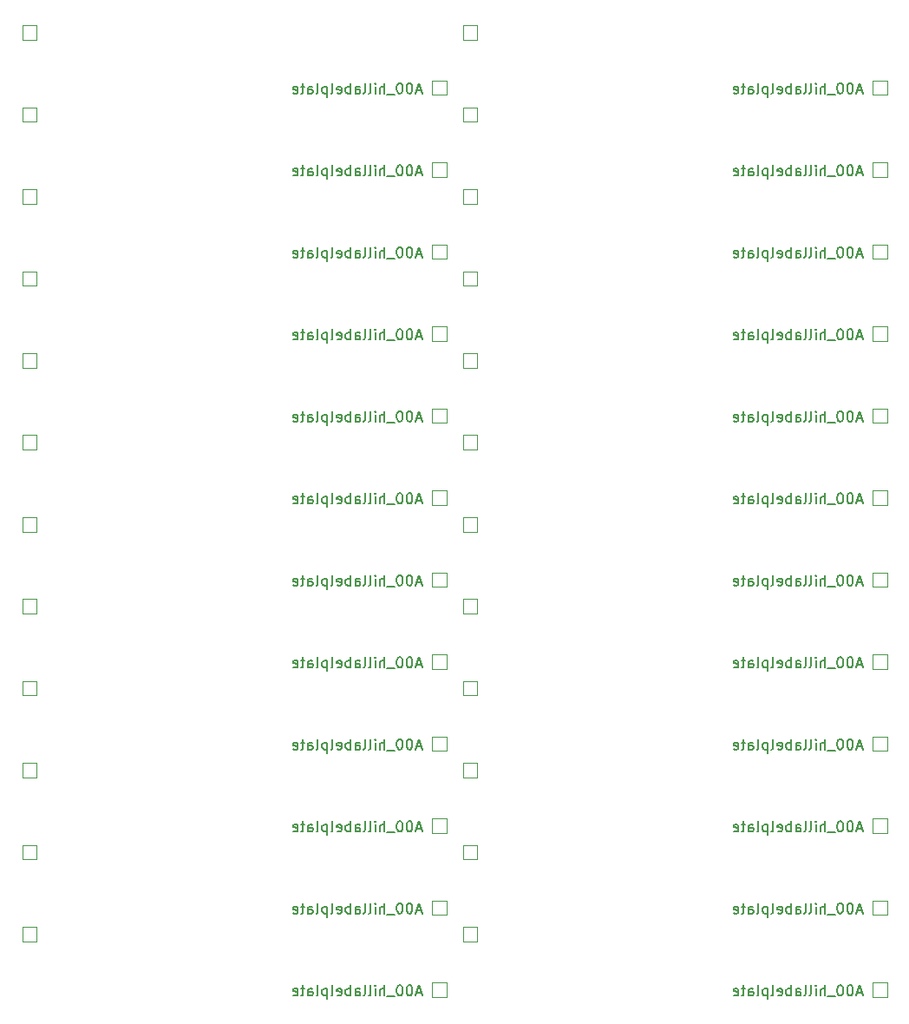
<source format=gbr>
%TF.GenerationSoftware,KiCad,Pcbnew,6.0.11-2627ca5db0~126~ubuntu20.04.1*%
%TF.CreationDate,2024-08-15T22:57:33-05:00*%
%TF.ProjectId,,58585858-5858-4585-9858-585858585858,rev?*%
%TF.SameCoordinates,Original*%
%TF.FileFunction,Legend,Bot*%
%TF.FilePolarity,Positive*%
%FSLAX46Y46*%
G04 Gerber Fmt 4.6, Leading zero omitted, Abs format (unit mm)*
G04 Created by KiCad (PCBNEW 6.0.11-2627ca5db0~126~ubuntu20.04.1) date 2024-08-15 22:57:33*
%MOMM*%
%LPD*%
G01*
G04 APERTURE LIST*
%ADD10C,0.150000*%
%ADD11C,0.120000*%
G04 APERTURE END LIST*
D10*
X136840904Y-147805666D02*
X136364714Y-147805666D01*
X136936142Y-148091380D02*
X136602809Y-147091380D01*
X136269476Y-148091380D01*
X135745666Y-147091380D02*
X135650428Y-147091380D01*
X135555190Y-147139000D01*
X135507571Y-147186619D01*
X135459952Y-147281857D01*
X135412333Y-147472333D01*
X135412333Y-147710428D01*
X135459952Y-147900904D01*
X135507571Y-147996142D01*
X135555190Y-148043761D01*
X135650428Y-148091380D01*
X135745666Y-148091380D01*
X135840904Y-148043761D01*
X135888523Y-147996142D01*
X135936142Y-147900904D01*
X135983761Y-147710428D01*
X135983761Y-147472333D01*
X135936142Y-147281857D01*
X135888523Y-147186619D01*
X135840904Y-147139000D01*
X135745666Y-147091380D01*
X134793285Y-147091380D02*
X134698047Y-147091380D01*
X134602809Y-147139000D01*
X134555190Y-147186619D01*
X134507571Y-147281857D01*
X134459952Y-147472333D01*
X134459952Y-147710428D01*
X134507571Y-147900904D01*
X134555190Y-147996142D01*
X134602809Y-148043761D01*
X134698047Y-148091380D01*
X134793285Y-148091380D01*
X134888523Y-148043761D01*
X134936142Y-147996142D01*
X134983761Y-147900904D01*
X135031380Y-147710428D01*
X135031380Y-147472333D01*
X134983761Y-147281857D01*
X134936142Y-147186619D01*
X134888523Y-147139000D01*
X134793285Y-147091380D01*
X134269476Y-148186619D02*
X133507571Y-148186619D01*
X133269476Y-148091380D02*
X133269476Y-147091380D01*
X132840904Y-148091380D02*
X132840904Y-147567571D01*
X132888523Y-147472333D01*
X132983761Y-147424714D01*
X133126619Y-147424714D01*
X133221857Y-147472333D01*
X133269476Y-147519952D01*
X132364714Y-148091380D02*
X132364714Y-147424714D01*
X132364714Y-147091380D02*
X132412333Y-147139000D01*
X132364714Y-147186619D01*
X132317095Y-147139000D01*
X132364714Y-147091380D01*
X132364714Y-147186619D01*
X131745666Y-148091380D02*
X131840904Y-148043761D01*
X131888523Y-147948523D01*
X131888523Y-147091380D01*
X131221857Y-148091380D02*
X131317095Y-148043761D01*
X131364714Y-147948523D01*
X131364714Y-147091380D01*
X130412333Y-148091380D02*
X130412333Y-147567571D01*
X130459952Y-147472333D01*
X130555190Y-147424714D01*
X130745666Y-147424714D01*
X130840904Y-147472333D01*
X130412333Y-148043761D02*
X130507571Y-148091380D01*
X130745666Y-148091380D01*
X130840904Y-148043761D01*
X130888523Y-147948523D01*
X130888523Y-147853285D01*
X130840904Y-147758047D01*
X130745666Y-147710428D01*
X130507571Y-147710428D01*
X130412333Y-147662809D01*
X129936142Y-148091380D02*
X129936142Y-147091380D01*
X129936142Y-147472333D02*
X129840904Y-147424714D01*
X129650428Y-147424714D01*
X129555190Y-147472333D01*
X129507571Y-147519952D01*
X129459952Y-147615190D01*
X129459952Y-147900904D01*
X129507571Y-147996142D01*
X129555190Y-148043761D01*
X129650428Y-148091380D01*
X129840904Y-148091380D01*
X129936142Y-148043761D01*
X128650428Y-148043761D02*
X128745666Y-148091380D01*
X128936142Y-148091380D01*
X129031380Y-148043761D01*
X129079000Y-147948523D01*
X129079000Y-147567571D01*
X129031380Y-147472333D01*
X128936142Y-147424714D01*
X128745666Y-147424714D01*
X128650428Y-147472333D01*
X128602809Y-147567571D01*
X128602809Y-147662809D01*
X129079000Y-147758047D01*
X128031380Y-148091380D02*
X128126619Y-148043761D01*
X128174238Y-147948523D01*
X128174238Y-147091380D01*
X127650428Y-147424714D02*
X127650428Y-148424714D01*
X127650428Y-147472333D02*
X127555190Y-147424714D01*
X127364714Y-147424714D01*
X127269476Y-147472333D01*
X127221857Y-147519952D01*
X127174238Y-147615190D01*
X127174238Y-147900904D01*
X127221857Y-147996142D01*
X127269476Y-148043761D01*
X127364714Y-148091380D01*
X127555190Y-148091380D01*
X127650428Y-148043761D01*
X126602809Y-148091380D02*
X126698047Y-148043761D01*
X126745666Y-147948523D01*
X126745666Y-147091380D01*
X125793285Y-148091380D02*
X125793285Y-147567571D01*
X125840904Y-147472333D01*
X125936142Y-147424714D01*
X126126619Y-147424714D01*
X126221857Y-147472333D01*
X125793285Y-148043761D02*
X125888523Y-148091380D01*
X126126619Y-148091380D01*
X126221857Y-148043761D01*
X126269476Y-147948523D01*
X126269476Y-147853285D01*
X126221857Y-147758047D01*
X126126619Y-147710428D01*
X125888523Y-147710428D01*
X125793285Y-147662809D01*
X125459952Y-147424714D02*
X125079000Y-147424714D01*
X125317095Y-147091380D02*
X125317095Y-147948523D01*
X125269476Y-148043761D01*
X125174238Y-148091380D01*
X125079000Y-148091380D01*
X124364714Y-148043761D02*
X124459952Y-148091380D01*
X124650428Y-148091380D01*
X124745666Y-148043761D01*
X124793285Y-147948523D01*
X124793285Y-147567571D01*
X124745666Y-147472333D01*
X124650428Y-147424714D01*
X124459952Y-147424714D01*
X124364714Y-147472333D01*
X124317095Y-147567571D01*
X124317095Y-147662809D01*
X124793285Y-147758047D01*
X93840904Y-147805666D02*
X93364714Y-147805666D01*
X93936142Y-148091380D02*
X93602809Y-147091380D01*
X93269476Y-148091380D01*
X92745666Y-147091380D02*
X92650428Y-147091380D01*
X92555190Y-147139000D01*
X92507571Y-147186619D01*
X92459952Y-147281857D01*
X92412333Y-147472333D01*
X92412333Y-147710428D01*
X92459952Y-147900904D01*
X92507571Y-147996142D01*
X92555190Y-148043761D01*
X92650428Y-148091380D01*
X92745666Y-148091380D01*
X92840904Y-148043761D01*
X92888523Y-147996142D01*
X92936142Y-147900904D01*
X92983761Y-147710428D01*
X92983761Y-147472333D01*
X92936142Y-147281857D01*
X92888523Y-147186619D01*
X92840904Y-147139000D01*
X92745666Y-147091380D01*
X91793285Y-147091380D02*
X91698047Y-147091380D01*
X91602809Y-147139000D01*
X91555190Y-147186619D01*
X91507571Y-147281857D01*
X91459952Y-147472333D01*
X91459952Y-147710428D01*
X91507571Y-147900904D01*
X91555190Y-147996142D01*
X91602809Y-148043761D01*
X91698047Y-148091380D01*
X91793285Y-148091380D01*
X91888523Y-148043761D01*
X91936142Y-147996142D01*
X91983761Y-147900904D01*
X92031380Y-147710428D01*
X92031380Y-147472333D01*
X91983761Y-147281857D01*
X91936142Y-147186619D01*
X91888523Y-147139000D01*
X91793285Y-147091380D01*
X91269476Y-148186619D02*
X90507571Y-148186619D01*
X90269476Y-148091380D02*
X90269476Y-147091380D01*
X89840904Y-148091380D02*
X89840904Y-147567571D01*
X89888523Y-147472333D01*
X89983761Y-147424714D01*
X90126619Y-147424714D01*
X90221857Y-147472333D01*
X90269476Y-147519952D01*
X89364714Y-148091380D02*
X89364714Y-147424714D01*
X89364714Y-147091380D02*
X89412333Y-147139000D01*
X89364714Y-147186619D01*
X89317095Y-147139000D01*
X89364714Y-147091380D01*
X89364714Y-147186619D01*
X88745666Y-148091380D02*
X88840904Y-148043761D01*
X88888523Y-147948523D01*
X88888523Y-147091380D01*
X88221857Y-148091380D02*
X88317095Y-148043761D01*
X88364714Y-147948523D01*
X88364714Y-147091380D01*
X87412333Y-148091380D02*
X87412333Y-147567571D01*
X87459952Y-147472333D01*
X87555190Y-147424714D01*
X87745666Y-147424714D01*
X87840904Y-147472333D01*
X87412333Y-148043761D02*
X87507571Y-148091380D01*
X87745666Y-148091380D01*
X87840904Y-148043761D01*
X87888523Y-147948523D01*
X87888523Y-147853285D01*
X87840904Y-147758047D01*
X87745666Y-147710428D01*
X87507571Y-147710428D01*
X87412333Y-147662809D01*
X86936142Y-148091380D02*
X86936142Y-147091380D01*
X86936142Y-147472333D02*
X86840904Y-147424714D01*
X86650428Y-147424714D01*
X86555190Y-147472333D01*
X86507571Y-147519952D01*
X86459952Y-147615190D01*
X86459952Y-147900904D01*
X86507571Y-147996142D01*
X86555190Y-148043761D01*
X86650428Y-148091380D01*
X86840904Y-148091380D01*
X86936142Y-148043761D01*
X85650428Y-148043761D02*
X85745666Y-148091380D01*
X85936142Y-148091380D01*
X86031380Y-148043761D01*
X86079000Y-147948523D01*
X86079000Y-147567571D01*
X86031380Y-147472333D01*
X85936142Y-147424714D01*
X85745666Y-147424714D01*
X85650428Y-147472333D01*
X85602809Y-147567571D01*
X85602809Y-147662809D01*
X86079000Y-147758047D01*
X85031380Y-148091380D02*
X85126619Y-148043761D01*
X85174238Y-147948523D01*
X85174238Y-147091380D01*
X84650428Y-147424714D02*
X84650428Y-148424714D01*
X84650428Y-147472333D02*
X84555190Y-147424714D01*
X84364714Y-147424714D01*
X84269476Y-147472333D01*
X84221857Y-147519952D01*
X84174238Y-147615190D01*
X84174238Y-147900904D01*
X84221857Y-147996142D01*
X84269476Y-148043761D01*
X84364714Y-148091380D01*
X84555190Y-148091380D01*
X84650428Y-148043761D01*
X83602809Y-148091380D02*
X83698047Y-148043761D01*
X83745666Y-147948523D01*
X83745666Y-147091380D01*
X82793285Y-148091380D02*
X82793285Y-147567571D01*
X82840904Y-147472333D01*
X82936142Y-147424714D01*
X83126619Y-147424714D01*
X83221857Y-147472333D01*
X82793285Y-148043761D02*
X82888523Y-148091380D01*
X83126619Y-148091380D01*
X83221857Y-148043761D01*
X83269476Y-147948523D01*
X83269476Y-147853285D01*
X83221857Y-147758047D01*
X83126619Y-147710428D01*
X82888523Y-147710428D01*
X82793285Y-147662809D01*
X82459952Y-147424714D02*
X82079000Y-147424714D01*
X82317095Y-147091380D02*
X82317095Y-147948523D01*
X82269476Y-148043761D01*
X82174238Y-148091380D01*
X82079000Y-148091380D01*
X81364714Y-148043761D02*
X81459952Y-148091380D01*
X81650428Y-148091380D01*
X81745666Y-148043761D01*
X81793285Y-147948523D01*
X81793285Y-147567571D01*
X81745666Y-147472333D01*
X81650428Y-147424714D01*
X81459952Y-147424714D01*
X81364714Y-147472333D01*
X81317095Y-147567571D01*
X81317095Y-147662809D01*
X81793285Y-147758047D01*
X136840904Y-139805666D02*
X136364714Y-139805666D01*
X136936142Y-140091380D02*
X136602809Y-139091380D01*
X136269476Y-140091380D01*
X135745666Y-139091380D02*
X135650428Y-139091380D01*
X135555190Y-139139000D01*
X135507571Y-139186619D01*
X135459952Y-139281857D01*
X135412333Y-139472333D01*
X135412333Y-139710428D01*
X135459952Y-139900904D01*
X135507571Y-139996142D01*
X135555190Y-140043761D01*
X135650428Y-140091380D01*
X135745666Y-140091380D01*
X135840904Y-140043761D01*
X135888523Y-139996142D01*
X135936142Y-139900904D01*
X135983761Y-139710428D01*
X135983761Y-139472333D01*
X135936142Y-139281857D01*
X135888523Y-139186619D01*
X135840904Y-139139000D01*
X135745666Y-139091380D01*
X134793285Y-139091380D02*
X134698047Y-139091380D01*
X134602809Y-139139000D01*
X134555190Y-139186619D01*
X134507571Y-139281857D01*
X134459952Y-139472333D01*
X134459952Y-139710428D01*
X134507571Y-139900904D01*
X134555190Y-139996142D01*
X134602809Y-140043761D01*
X134698047Y-140091380D01*
X134793285Y-140091380D01*
X134888523Y-140043761D01*
X134936142Y-139996142D01*
X134983761Y-139900904D01*
X135031380Y-139710428D01*
X135031380Y-139472333D01*
X134983761Y-139281857D01*
X134936142Y-139186619D01*
X134888523Y-139139000D01*
X134793285Y-139091380D01*
X134269476Y-140186619D02*
X133507571Y-140186619D01*
X133269476Y-140091380D02*
X133269476Y-139091380D01*
X132840904Y-140091380D02*
X132840904Y-139567571D01*
X132888523Y-139472333D01*
X132983761Y-139424714D01*
X133126619Y-139424714D01*
X133221857Y-139472333D01*
X133269476Y-139519952D01*
X132364714Y-140091380D02*
X132364714Y-139424714D01*
X132364714Y-139091380D02*
X132412333Y-139139000D01*
X132364714Y-139186619D01*
X132317095Y-139139000D01*
X132364714Y-139091380D01*
X132364714Y-139186619D01*
X131745666Y-140091380D02*
X131840904Y-140043761D01*
X131888523Y-139948523D01*
X131888523Y-139091380D01*
X131221857Y-140091380D02*
X131317095Y-140043761D01*
X131364714Y-139948523D01*
X131364714Y-139091380D01*
X130412333Y-140091380D02*
X130412333Y-139567571D01*
X130459952Y-139472333D01*
X130555190Y-139424714D01*
X130745666Y-139424714D01*
X130840904Y-139472333D01*
X130412333Y-140043761D02*
X130507571Y-140091380D01*
X130745666Y-140091380D01*
X130840904Y-140043761D01*
X130888523Y-139948523D01*
X130888523Y-139853285D01*
X130840904Y-139758047D01*
X130745666Y-139710428D01*
X130507571Y-139710428D01*
X130412333Y-139662809D01*
X129936142Y-140091380D02*
X129936142Y-139091380D01*
X129936142Y-139472333D02*
X129840904Y-139424714D01*
X129650428Y-139424714D01*
X129555190Y-139472333D01*
X129507571Y-139519952D01*
X129459952Y-139615190D01*
X129459952Y-139900904D01*
X129507571Y-139996142D01*
X129555190Y-140043761D01*
X129650428Y-140091380D01*
X129840904Y-140091380D01*
X129936142Y-140043761D01*
X128650428Y-140043761D02*
X128745666Y-140091380D01*
X128936142Y-140091380D01*
X129031380Y-140043761D01*
X129079000Y-139948523D01*
X129079000Y-139567571D01*
X129031380Y-139472333D01*
X128936142Y-139424714D01*
X128745666Y-139424714D01*
X128650428Y-139472333D01*
X128602809Y-139567571D01*
X128602809Y-139662809D01*
X129079000Y-139758047D01*
X128031380Y-140091380D02*
X128126619Y-140043761D01*
X128174238Y-139948523D01*
X128174238Y-139091380D01*
X127650428Y-139424714D02*
X127650428Y-140424714D01*
X127650428Y-139472333D02*
X127555190Y-139424714D01*
X127364714Y-139424714D01*
X127269476Y-139472333D01*
X127221857Y-139519952D01*
X127174238Y-139615190D01*
X127174238Y-139900904D01*
X127221857Y-139996142D01*
X127269476Y-140043761D01*
X127364714Y-140091380D01*
X127555190Y-140091380D01*
X127650428Y-140043761D01*
X126602809Y-140091380D02*
X126698047Y-140043761D01*
X126745666Y-139948523D01*
X126745666Y-139091380D01*
X125793285Y-140091380D02*
X125793285Y-139567571D01*
X125840904Y-139472333D01*
X125936142Y-139424714D01*
X126126619Y-139424714D01*
X126221857Y-139472333D01*
X125793285Y-140043761D02*
X125888523Y-140091380D01*
X126126619Y-140091380D01*
X126221857Y-140043761D01*
X126269476Y-139948523D01*
X126269476Y-139853285D01*
X126221857Y-139758047D01*
X126126619Y-139710428D01*
X125888523Y-139710428D01*
X125793285Y-139662809D01*
X125459952Y-139424714D02*
X125079000Y-139424714D01*
X125317095Y-139091380D02*
X125317095Y-139948523D01*
X125269476Y-140043761D01*
X125174238Y-140091380D01*
X125079000Y-140091380D01*
X124364714Y-140043761D02*
X124459952Y-140091380D01*
X124650428Y-140091380D01*
X124745666Y-140043761D01*
X124793285Y-139948523D01*
X124793285Y-139567571D01*
X124745666Y-139472333D01*
X124650428Y-139424714D01*
X124459952Y-139424714D01*
X124364714Y-139472333D01*
X124317095Y-139567571D01*
X124317095Y-139662809D01*
X124793285Y-139758047D01*
X93840904Y-139805666D02*
X93364714Y-139805666D01*
X93936142Y-140091380D02*
X93602809Y-139091380D01*
X93269476Y-140091380D01*
X92745666Y-139091380D02*
X92650428Y-139091380D01*
X92555190Y-139139000D01*
X92507571Y-139186619D01*
X92459952Y-139281857D01*
X92412333Y-139472333D01*
X92412333Y-139710428D01*
X92459952Y-139900904D01*
X92507571Y-139996142D01*
X92555190Y-140043761D01*
X92650428Y-140091380D01*
X92745666Y-140091380D01*
X92840904Y-140043761D01*
X92888523Y-139996142D01*
X92936142Y-139900904D01*
X92983761Y-139710428D01*
X92983761Y-139472333D01*
X92936142Y-139281857D01*
X92888523Y-139186619D01*
X92840904Y-139139000D01*
X92745666Y-139091380D01*
X91793285Y-139091380D02*
X91698047Y-139091380D01*
X91602809Y-139139000D01*
X91555190Y-139186619D01*
X91507571Y-139281857D01*
X91459952Y-139472333D01*
X91459952Y-139710428D01*
X91507571Y-139900904D01*
X91555190Y-139996142D01*
X91602809Y-140043761D01*
X91698047Y-140091380D01*
X91793285Y-140091380D01*
X91888523Y-140043761D01*
X91936142Y-139996142D01*
X91983761Y-139900904D01*
X92031380Y-139710428D01*
X92031380Y-139472333D01*
X91983761Y-139281857D01*
X91936142Y-139186619D01*
X91888523Y-139139000D01*
X91793285Y-139091380D01*
X91269476Y-140186619D02*
X90507571Y-140186619D01*
X90269476Y-140091380D02*
X90269476Y-139091380D01*
X89840904Y-140091380D02*
X89840904Y-139567571D01*
X89888523Y-139472333D01*
X89983761Y-139424714D01*
X90126619Y-139424714D01*
X90221857Y-139472333D01*
X90269476Y-139519952D01*
X89364714Y-140091380D02*
X89364714Y-139424714D01*
X89364714Y-139091380D02*
X89412333Y-139139000D01*
X89364714Y-139186619D01*
X89317095Y-139139000D01*
X89364714Y-139091380D01*
X89364714Y-139186619D01*
X88745666Y-140091380D02*
X88840904Y-140043761D01*
X88888523Y-139948523D01*
X88888523Y-139091380D01*
X88221857Y-140091380D02*
X88317095Y-140043761D01*
X88364714Y-139948523D01*
X88364714Y-139091380D01*
X87412333Y-140091380D02*
X87412333Y-139567571D01*
X87459952Y-139472333D01*
X87555190Y-139424714D01*
X87745666Y-139424714D01*
X87840904Y-139472333D01*
X87412333Y-140043761D02*
X87507571Y-140091380D01*
X87745666Y-140091380D01*
X87840904Y-140043761D01*
X87888523Y-139948523D01*
X87888523Y-139853285D01*
X87840904Y-139758047D01*
X87745666Y-139710428D01*
X87507571Y-139710428D01*
X87412333Y-139662809D01*
X86936142Y-140091380D02*
X86936142Y-139091380D01*
X86936142Y-139472333D02*
X86840904Y-139424714D01*
X86650428Y-139424714D01*
X86555190Y-139472333D01*
X86507571Y-139519952D01*
X86459952Y-139615190D01*
X86459952Y-139900904D01*
X86507571Y-139996142D01*
X86555190Y-140043761D01*
X86650428Y-140091380D01*
X86840904Y-140091380D01*
X86936142Y-140043761D01*
X85650428Y-140043761D02*
X85745666Y-140091380D01*
X85936142Y-140091380D01*
X86031380Y-140043761D01*
X86079000Y-139948523D01*
X86079000Y-139567571D01*
X86031380Y-139472333D01*
X85936142Y-139424714D01*
X85745666Y-139424714D01*
X85650428Y-139472333D01*
X85602809Y-139567571D01*
X85602809Y-139662809D01*
X86079000Y-139758047D01*
X85031380Y-140091380D02*
X85126619Y-140043761D01*
X85174238Y-139948523D01*
X85174238Y-139091380D01*
X84650428Y-139424714D02*
X84650428Y-140424714D01*
X84650428Y-139472333D02*
X84555190Y-139424714D01*
X84364714Y-139424714D01*
X84269476Y-139472333D01*
X84221857Y-139519952D01*
X84174238Y-139615190D01*
X84174238Y-139900904D01*
X84221857Y-139996142D01*
X84269476Y-140043761D01*
X84364714Y-140091380D01*
X84555190Y-140091380D01*
X84650428Y-140043761D01*
X83602809Y-140091380D02*
X83698047Y-140043761D01*
X83745666Y-139948523D01*
X83745666Y-139091380D01*
X82793285Y-140091380D02*
X82793285Y-139567571D01*
X82840904Y-139472333D01*
X82936142Y-139424714D01*
X83126619Y-139424714D01*
X83221857Y-139472333D01*
X82793285Y-140043761D02*
X82888523Y-140091380D01*
X83126619Y-140091380D01*
X83221857Y-140043761D01*
X83269476Y-139948523D01*
X83269476Y-139853285D01*
X83221857Y-139758047D01*
X83126619Y-139710428D01*
X82888523Y-139710428D01*
X82793285Y-139662809D01*
X82459952Y-139424714D02*
X82079000Y-139424714D01*
X82317095Y-139091380D02*
X82317095Y-139948523D01*
X82269476Y-140043761D01*
X82174238Y-140091380D01*
X82079000Y-140091380D01*
X81364714Y-140043761D02*
X81459952Y-140091380D01*
X81650428Y-140091380D01*
X81745666Y-140043761D01*
X81793285Y-139948523D01*
X81793285Y-139567571D01*
X81745666Y-139472333D01*
X81650428Y-139424714D01*
X81459952Y-139424714D01*
X81364714Y-139472333D01*
X81317095Y-139567571D01*
X81317095Y-139662809D01*
X81793285Y-139758047D01*
X136840904Y-131805666D02*
X136364714Y-131805666D01*
X136936142Y-132091380D02*
X136602809Y-131091380D01*
X136269476Y-132091380D01*
X135745666Y-131091380D02*
X135650428Y-131091380D01*
X135555190Y-131139000D01*
X135507571Y-131186619D01*
X135459952Y-131281857D01*
X135412333Y-131472333D01*
X135412333Y-131710428D01*
X135459952Y-131900904D01*
X135507571Y-131996142D01*
X135555190Y-132043761D01*
X135650428Y-132091380D01*
X135745666Y-132091380D01*
X135840904Y-132043761D01*
X135888523Y-131996142D01*
X135936142Y-131900904D01*
X135983761Y-131710428D01*
X135983761Y-131472333D01*
X135936142Y-131281857D01*
X135888523Y-131186619D01*
X135840904Y-131139000D01*
X135745666Y-131091380D01*
X134793285Y-131091380D02*
X134698047Y-131091380D01*
X134602809Y-131139000D01*
X134555190Y-131186619D01*
X134507571Y-131281857D01*
X134459952Y-131472333D01*
X134459952Y-131710428D01*
X134507571Y-131900904D01*
X134555190Y-131996142D01*
X134602809Y-132043761D01*
X134698047Y-132091380D01*
X134793285Y-132091380D01*
X134888523Y-132043761D01*
X134936142Y-131996142D01*
X134983761Y-131900904D01*
X135031380Y-131710428D01*
X135031380Y-131472333D01*
X134983761Y-131281857D01*
X134936142Y-131186619D01*
X134888523Y-131139000D01*
X134793285Y-131091380D01*
X134269476Y-132186619D02*
X133507571Y-132186619D01*
X133269476Y-132091380D02*
X133269476Y-131091380D01*
X132840904Y-132091380D02*
X132840904Y-131567571D01*
X132888523Y-131472333D01*
X132983761Y-131424714D01*
X133126619Y-131424714D01*
X133221857Y-131472333D01*
X133269476Y-131519952D01*
X132364714Y-132091380D02*
X132364714Y-131424714D01*
X132364714Y-131091380D02*
X132412333Y-131139000D01*
X132364714Y-131186619D01*
X132317095Y-131139000D01*
X132364714Y-131091380D01*
X132364714Y-131186619D01*
X131745666Y-132091380D02*
X131840904Y-132043761D01*
X131888523Y-131948523D01*
X131888523Y-131091380D01*
X131221857Y-132091380D02*
X131317095Y-132043761D01*
X131364714Y-131948523D01*
X131364714Y-131091380D01*
X130412333Y-132091380D02*
X130412333Y-131567571D01*
X130459952Y-131472333D01*
X130555190Y-131424714D01*
X130745666Y-131424714D01*
X130840904Y-131472333D01*
X130412333Y-132043761D02*
X130507571Y-132091380D01*
X130745666Y-132091380D01*
X130840904Y-132043761D01*
X130888523Y-131948523D01*
X130888523Y-131853285D01*
X130840904Y-131758047D01*
X130745666Y-131710428D01*
X130507571Y-131710428D01*
X130412333Y-131662809D01*
X129936142Y-132091380D02*
X129936142Y-131091380D01*
X129936142Y-131472333D02*
X129840904Y-131424714D01*
X129650428Y-131424714D01*
X129555190Y-131472333D01*
X129507571Y-131519952D01*
X129459952Y-131615190D01*
X129459952Y-131900904D01*
X129507571Y-131996142D01*
X129555190Y-132043761D01*
X129650428Y-132091380D01*
X129840904Y-132091380D01*
X129936142Y-132043761D01*
X128650428Y-132043761D02*
X128745666Y-132091380D01*
X128936142Y-132091380D01*
X129031380Y-132043761D01*
X129079000Y-131948523D01*
X129079000Y-131567571D01*
X129031380Y-131472333D01*
X128936142Y-131424714D01*
X128745666Y-131424714D01*
X128650428Y-131472333D01*
X128602809Y-131567571D01*
X128602809Y-131662809D01*
X129079000Y-131758047D01*
X128031380Y-132091380D02*
X128126619Y-132043761D01*
X128174238Y-131948523D01*
X128174238Y-131091380D01*
X127650428Y-131424714D02*
X127650428Y-132424714D01*
X127650428Y-131472333D02*
X127555190Y-131424714D01*
X127364714Y-131424714D01*
X127269476Y-131472333D01*
X127221857Y-131519952D01*
X127174238Y-131615190D01*
X127174238Y-131900904D01*
X127221857Y-131996142D01*
X127269476Y-132043761D01*
X127364714Y-132091380D01*
X127555190Y-132091380D01*
X127650428Y-132043761D01*
X126602809Y-132091380D02*
X126698047Y-132043761D01*
X126745666Y-131948523D01*
X126745666Y-131091380D01*
X125793285Y-132091380D02*
X125793285Y-131567571D01*
X125840904Y-131472333D01*
X125936142Y-131424714D01*
X126126619Y-131424714D01*
X126221857Y-131472333D01*
X125793285Y-132043761D02*
X125888523Y-132091380D01*
X126126619Y-132091380D01*
X126221857Y-132043761D01*
X126269476Y-131948523D01*
X126269476Y-131853285D01*
X126221857Y-131758047D01*
X126126619Y-131710428D01*
X125888523Y-131710428D01*
X125793285Y-131662809D01*
X125459952Y-131424714D02*
X125079000Y-131424714D01*
X125317095Y-131091380D02*
X125317095Y-131948523D01*
X125269476Y-132043761D01*
X125174238Y-132091380D01*
X125079000Y-132091380D01*
X124364714Y-132043761D02*
X124459952Y-132091380D01*
X124650428Y-132091380D01*
X124745666Y-132043761D01*
X124793285Y-131948523D01*
X124793285Y-131567571D01*
X124745666Y-131472333D01*
X124650428Y-131424714D01*
X124459952Y-131424714D01*
X124364714Y-131472333D01*
X124317095Y-131567571D01*
X124317095Y-131662809D01*
X124793285Y-131758047D01*
X93840904Y-131805666D02*
X93364714Y-131805666D01*
X93936142Y-132091380D02*
X93602809Y-131091380D01*
X93269476Y-132091380D01*
X92745666Y-131091380D02*
X92650428Y-131091380D01*
X92555190Y-131139000D01*
X92507571Y-131186619D01*
X92459952Y-131281857D01*
X92412333Y-131472333D01*
X92412333Y-131710428D01*
X92459952Y-131900904D01*
X92507571Y-131996142D01*
X92555190Y-132043761D01*
X92650428Y-132091380D01*
X92745666Y-132091380D01*
X92840904Y-132043761D01*
X92888523Y-131996142D01*
X92936142Y-131900904D01*
X92983761Y-131710428D01*
X92983761Y-131472333D01*
X92936142Y-131281857D01*
X92888523Y-131186619D01*
X92840904Y-131139000D01*
X92745666Y-131091380D01*
X91793285Y-131091380D02*
X91698047Y-131091380D01*
X91602809Y-131139000D01*
X91555190Y-131186619D01*
X91507571Y-131281857D01*
X91459952Y-131472333D01*
X91459952Y-131710428D01*
X91507571Y-131900904D01*
X91555190Y-131996142D01*
X91602809Y-132043761D01*
X91698047Y-132091380D01*
X91793285Y-132091380D01*
X91888523Y-132043761D01*
X91936142Y-131996142D01*
X91983761Y-131900904D01*
X92031380Y-131710428D01*
X92031380Y-131472333D01*
X91983761Y-131281857D01*
X91936142Y-131186619D01*
X91888523Y-131139000D01*
X91793285Y-131091380D01*
X91269476Y-132186619D02*
X90507571Y-132186619D01*
X90269476Y-132091380D02*
X90269476Y-131091380D01*
X89840904Y-132091380D02*
X89840904Y-131567571D01*
X89888523Y-131472333D01*
X89983761Y-131424714D01*
X90126619Y-131424714D01*
X90221857Y-131472333D01*
X90269476Y-131519952D01*
X89364714Y-132091380D02*
X89364714Y-131424714D01*
X89364714Y-131091380D02*
X89412333Y-131139000D01*
X89364714Y-131186619D01*
X89317095Y-131139000D01*
X89364714Y-131091380D01*
X89364714Y-131186619D01*
X88745666Y-132091380D02*
X88840904Y-132043761D01*
X88888523Y-131948523D01*
X88888523Y-131091380D01*
X88221857Y-132091380D02*
X88317095Y-132043761D01*
X88364714Y-131948523D01*
X88364714Y-131091380D01*
X87412333Y-132091380D02*
X87412333Y-131567571D01*
X87459952Y-131472333D01*
X87555190Y-131424714D01*
X87745666Y-131424714D01*
X87840904Y-131472333D01*
X87412333Y-132043761D02*
X87507571Y-132091380D01*
X87745666Y-132091380D01*
X87840904Y-132043761D01*
X87888523Y-131948523D01*
X87888523Y-131853285D01*
X87840904Y-131758047D01*
X87745666Y-131710428D01*
X87507571Y-131710428D01*
X87412333Y-131662809D01*
X86936142Y-132091380D02*
X86936142Y-131091380D01*
X86936142Y-131472333D02*
X86840904Y-131424714D01*
X86650428Y-131424714D01*
X86555190Y-131472333D01*
X86507571Y-131519952D01*
X86459952Y-131615190D01*
X86459952Y-131900904D01*
X86507571Y-131996142D01*
X86555190Y-132043761D01*
X86650428Y-132091380D01*
X86840904Y-132091380D01*
X86936142Y-132043761D01*
X85650428Y-132043761D02*
X85745666Y-132091380D01*
X85936142Y-132091380D01*
X86031380Y-132043761D01*
X86079000Y-131948523D01*
X86079000Y-131567571D01*
X86031380Y-131472333D01*
X85936142Y-131424714D01*
X85745666Y-131424714D01*
X85650428Y-131472333D01*
X85602809Y-131567571D01*
X85602809Y-131662809D01*
X86079000Y-131758047D01*
X85031380Y-132091380D02*
X85126619Y-132043761D01*
X85174238Y-131948523D01*
X85174238Y-131091380D01*
X84650428Y-131424714D02*
X84650428Y-132424714D01*
X84650428Y-131472333D02*
X84555190Y-131424714D01*
X84364714Y-131424714D01*
X84269476Y-131472333D01*
X84221857Y-131519952D01*
X84174238Y-131615190D01*
X84174238Y-131900904D01*
X84221857Y-131996142D01*
X84269476Y-132043761D01*
X84364714Y-132091380D01*
X84555190Y-132091380D01*
X84650428Y-132043761D01*
X83602809Y-132091380D02*
X83698047Y-132043761D01*
X83745666Y-131948523D01*
X83745666Y-131091380D01*
X82793285Y-132091380D02*
X82793285Y-131567571D01*
X82840904Y-131472333D01*
X82936142Y-131424714D01*
X83126619Y-131424714D01*
X83221857Y-131472333D01*
X82793285Y-132043761D02*
X82888523Y-132091380D01*
X83126619Y-132091380D01*
X83221857Y-132043761D01*
X83269476Y-131948523D01*
X83269476Y-131853285D01*
X83221857Y-131758047D01*
X83126619Y-131710428D01*
X82888523Y-131710428D01*
X82793285Y-131662809D01*
X82459952Y-131424714D02*
X82079000Y-131424714D01*
X82317095Y-131091380D02*
X82317095Y-131948523D01*
X82269476Y-132043761D01*
X82174238Y-132091380D01*
X82079000Y-132091380D01*
X81364714Y-132043761D02*
X81459952Y-132091380D01*
X81650428Y-132091380D01*
X81745666Y-132043761D01*
X81793285Y-131948523D01*
X81793285Y-131567571D01*
X81745666Y-131472333D01*
X81650428Y-131424714D01*
X81459952Y-131424714D01*
X81364714Y-131472333D01*
X81317095Y-131567571D01*
X81317095Y-131662809D01*
X81793285Y-131758047D01*
X136840904Y-123805666D02*
X136364714Y-123805666D01*
X136936142Y-124091380D02*
X136602809Y-123091380D01*
X136269476Y-124091380D01*
X135745666Y-123091380D02*
X135650428Y-123091380D01*
X135555190Y-123139000D01*
X135507571Y-123186619D01*
X135459952Y-123281857D01*
X135412333Y-123472333D01*
X135412333Y-123710428D01*
X135459952Y-123900904D01*
X135507571Y-123996142D01*
X135555190Y-124043761D01*
X135650428Y-124091380D01*
X135745666Y-124091380D01*
X135840904Y-124043761D01*
X135888523Y-123996142D01*
X135936142Y-123900904D01*
X135983761Y-123710428D01*
X135983761Y-123472333D01*
X135936142Y-123281857D01*
X135888523Y-123186619D01*
X135840904Y-123139000D01*
X135745666Y-123091380D01*
X134793285Y-123091380D02*
X134698047Y-123091380D01*
X134602809Y-123139000D01*
X134555190Y-123186619D01*
X134507571Y-123281857D01*
X134459952Y-123472333D01*
X134459952Y-123710428D01*
X134507571Y-123900904D01*
X134555190Y-123996142D01*
X134602809Y-124043761D01*
X134698047Y-124091380D01*
X134793285Y-124091380D01*
X134888523Y-124043761D01*
X134936142Y-123996142D01*
X134983761Y-123900904D01*
X135031380Y-123710428D01*
X135031380Y-123472333D01*
X134983761Y-123281857D01*
X134936142Y-123186619D01*
X134888523Y-123139000D01*
X134793285Y-123091380D01*
X134269476Y-124186619D02*
X133507571Y-124186619D01*
X133269476Y-124091380D02*
X133269476Y-123091380D01*
X132840904Y-124091380D02*
X132840904Y-123567571D01*
X132888523Y-123472333D01*
X132983761Y-123424714D01*
X133126619Y-123424714D01*
X133221857Y-123472333D01*
X133269476Y-123519952D01*
X132364714Y-124091380D02*
X132364714Y-123424714D01*
X132364714Y-123091380D02*
X132412333Y-123139000D01*
X132364714Y-123186619D01*
X132317095Y-123139000D01*
X132364714Y-123091380D01*
X132364714Y-123186619D01*
X131745666Y-124091380D02*
X131840904Y-124043761D01*
X131888523Y-123948523D01*
X131888523Y-123091380D01*
X131221857Y-124091380D02*
X131317095Y-124043761D01*
X131364714Y-123948523D01*
X131364714Y-123091380D01*
X130412333Y-124091380D02*
X130412333Y-123567571D01*
X130459952Y-123472333D01*
X130555190Y-123424714D01*
X130745666Y-123424714D01*
X130840904Y-123472333D01*
X130412333Y-124043761D02*
X130507571Y-124091380D01*
X130745666Y-124091380D01*
X130840904Y-124043761D01*
X130888523Y-123948523D01*
X130888523Y-123853285D01*
X130840904Y-123758047D01*
X130745666Y-123710428D01*
X130507571Y-123710428D01*
X130412333Y-123662809D01*
X129936142Y-124091380D02*
X129936142Y-123091380D01*
X129936142Y-123472333D02*
X129840904Y-123424714D01*
X129650428Y-123424714D01*
X129555190Y-123472333D01*
X129507571Y-123519952D01*
X129459952Y-123615190D01*
X129459952Y-123900904D01*
X129507571Y-123996142D01*
X129555190Y-124043761D01*
X129650428Y-124091380D01*
X129840904Y-124091380D01*
X129936142Y-124043761D01*
X128650428Y-124043761D02*
X128745666Y-124091380D01*
X128936142Y-124091380D01*
X129031380Y-124043761D01*
X129079000Y-123948523D01*
X129079000Y-123567571D01*
X129031380Y-123472333D01*
X128936142Y-123424714D01*
X128745666Y-123424714D01*
X128650428Y-123472333D01*
X128602809Y-123567571D01*
X128602809Y-123662809D01*
X129079000Y-123758047D01*
X128031380Y-124091380D02*
X128126619Y-124043761D01*
X128174238Y-123948523D01*
X128174238Y-123091380D01*
X127650428Y-123424714D02*
X127650428Y-124424714D01*
X127650428Y-123472333D02*
X127555190Y-123424714D01*
X127364714Y-123424714D01*
X127269476Y-123472333D01*
X127221857Y-123519952D01*
X127174238Y-123615190D01*
X127174238Y-123900904D01*
X127221857Y-123996142D01*
X127269476Y-124043761D01*
X127364714Y-124091380D01*
X127555190Y-124091380D01*
X127650428Y-124043761D01*
X126602809Y-124091380D02*
X126698047Y-124043761D01*
X126745666Y-123948523D01*
X126745666Y-123091380D01*
X125793285Y-124091380D02*
X125793285Y-123567571D01*
X125840904Y-123472333D01*
X125936142Y-123424714D01*
X126126619Y-123424714D01*
X126221857Y-123472333D01*
X125793285Y-124043761D02*
X125888523Y-124091380D01*
X126126619Y-124091380D01*
X126221857Y-124043761D01*
X126269476Y-123948523D01*
X126269476Y-123853285D01*
X126221857Y-123758047D01*
X126126619Y-123710428D01*
X125888523Y-123710428D01*
X125793285Y-123662809D01*
X125459952Y-123424714D02*
X125079000Y-123424714D01*
X125317095Y-123091380D02*
X125317095Y-123948523D01*
X125269476Y-124043761D01*
X125174238Y-124091380D01*
X125079000Y-124091380D01*
X124364714Y-124043761D02*
X124459952Y-124091380D01*
X124650428Y-124091380D01*
X124745666Y-124043761D01*
X124793285Y-123948523D01*
X124793285Y-123567571D01*
X124745666Y-123472333D01*
X124650428Y-123424714D01*
X124459952Y-123424714D01*
X124364714Y-123472333D01*
X124317095Y-123567571D01*
X124317095Y-123662809D01*
X124793285Y-123758047D01*
X93840904Y-123805666D02*
X93364714Y-123805666D01*
X93936142Y-124091380D02*
X93602809Y-123091380D01*
X93269476Y-124091380D01*
X92745666Y-123091380D02*
X92650428Y-123091380D01*
X92555190Y-123139000D01*
X92507571Y-123186619D01*
X92459952Y-123281857D01*
X92412333Y-123472333D01*
X92412333Y-123710428D01*
X92459952Y-123900904D01*
X92507571Y-123996142D01*
X92555190Y-124043761D01*
X92650428Y-124091380D01*
X92745666Y-124091380D01*
X92840904Y-124043761D01*
X92888523Y-123996142D01*
X92936142Y-123900904D01*
X92983761Y-123710428D01*
X92983761Y-123472333D01*
X92936142Y-123281857D01*
X92888523Y-123186619D01*
X92840904Y-123139000D01*
X92745666Y-123091380D01*
X91793285Y-123091380D02*
X91698047Y-123091380D01*
X91602809Y-123139000D01*
X91555190Y-123186619D01*
X91507571Y-123281857D01*
X91459952Y-123472333D01*
X91459952Y-123710428D01*
X91507571Y-123900904D01*
X91555190Y-123996142D01*
X91602809Y-124043761D01*
X91698047Y-124091380D01*
X91793285Y-124091380D01*
X91888523Y-124043761D01*
X91936142Y-123996142D01*
X91983761Y-123900904D01*
X92031380Y-123710428D01*
X92031380Y-123472333D01*
X91983761Y-123281857D01*
X91936142Y-123186619D01*
X91888523Y-123139000D01*
X91793285Y-123091380D01*
X91269476Y-124186619D02*
X90507571Y-124186619D01*
X90269476Y-124091380D02*
X90269476Y-123091380D01*
X89840904Y-124091380D02*
X89840904Y-123567571D01*
X89888523Y-123472333D01*
X89983761Y-123424714D01*
X90126619Y-123424714D01*
X90221857Y-123472333D01*
X90269476Y-123519952D01*
X89364714Y-124091380D02*
X89364714Y-123424714D01*
X89364714Y-123091380D02*
X89412333Y-123139000D01*
X89364714Y-123186619D01*
X89317095Y-123139000D01*
X89364714Y-123091380D01*
X89364714Y-123186619D01*
X88745666Y-124091380D02*
X88840904Y-124043761D01*
X88888523Y-123948523D01*
X88888523Y-123091380D01*
X88221857Y-124091380D02*
X88317095Y-124043761D01*
X88364714Y-123948523D01*
X88364714Y-123091380D01*
X87412333Y-124091380D02*
X87412333Y-123567571D01*
X87459952Y-123472333D01*
X87555190Y-123424714D01*
X87745666Y-123424714D01*
X87840904Y-123472333D01*
X87412333Y-124043761D02*
X87507571Y-124091380D01*
X87745666Y-124091380D01*
X87840904Y-124043761D01*
X87888523Y-123948523D01*
X87888523Y-123853285D01*
X87840904Y-123758047D01*
X87745666Y-123710428D01*
X87507571Y-123710428D01*
X87412333Y-123662809D01*
X86936142Y-124091380D02*
X86936142Y-123091380D01*
X86936142Y-123472333D02*
X86840904Y-123424714D01*
X86650428Y-123424714D01*
X86555190Y-123472333D01*
X86507571Y-123519952D01*
X86459952Y-123615190D01*
X86459952Y-123900904D01*
X86507571Y-123996142D01*
X86555190Y-124043761D01*
X86650428Y-124091380D01*
X86840904Y-124091380D01*
X86936142Y-124043761D01*
X85650428Y-124043761D02*
X85745666Y-124091380D01*
X85936142Y-124091380D01*
X86031380Y-124043761D01*
X86079000Y-123948523D01*
X86079000Y-123567571D01*
X86031380Y-123472333D01*
X85936142Y-123424714D01*
X85745666Y-123424714D01*
X85650428Y-123472333D01*
X85602809Y-123567571D01*
X85602809Y-123662809D01*
X86079000Y-123758047D01*
X85031380Y-124091380D02*
X85126619Y-124043761D01*
X85174238Y-123948523D01*
X85174238Y-123091380D01*
X84650428Y-123424714D02*
X84650428Y-124424714D01*
X84650428Y-123472333D02*
X84555190Y-123424714D01*
X84364714Y-123424714D01*
X84269476Y-123472333D01*
X84221857Y-123519952D01*
X84174238Y-123615190D01*
X84174238Y-123900904D01*
X84221857Y-123996142D01*
X84269476Y-124043761D01*
X84364714Y-124091380D01*
X84555190Y-124091380D01*
X84650428Y-124043761D01*
X83602809Y-124091380D02*
X83698047Y-124043761D01*
X83745666Y-123948523D01*
X83745666Y-123091380D01*
X82793285Y-124091380D02*
X82793285Y-123567571D01*
X82840904Y-123472333D01*
X82936142Y-123424714D01*
X83126619Y-123424714D01*
X83221857Y-123472333D01*
X82793285Y-124043761D02*
X82888523Y-124091380D01*
X83126619Y-124091380D01*
X83221857Y-124043761D01*
X83269476Y-123948523D01*
X83269476Y-123853285D01*
X83221857Y-123758047D01*
X83126619Y-123710428D01*
X82888523Y-123710428D01*
X82793285Y-123662809D01*
X82459952Y-123424714D02*
X82079000Y-123424714D01*
X82317095Y-123091380D02*
X82317095Y-123948523D01*
X82269476Y-124043761D01*
X82174238Y-124091380D01*
X82079000Y-124091380D01*
X81364714Y-124043761D02*
X81459952Y-124091380D01*
X81650428Y-124091380D01*
X81745666Y-124043761D01*
X81793285Y-123948523D01*
X81793285Y-123567571D01*
X81745666Y-123472333D01*
X81650428Y-123424714D01*
X81459952Y-123424714D01*
X81364714Y-123472333D01*
X81317095Y-123567571D01*
X81317095Y-123662809D01*
X81793285Y-123758047D01*
X136840904Y-115805666D02*
X136364714Y-115805666D01*
X136936142Y-116091380D02*
X136602809Y-115091380D01*
X136269476Y-116091380D01*
X135745666Y-115091380D02*
X135650428Y-115091380D01*
X135555190Y-115139000D01*
X135507571Y-115186619D01*
X135459952Y-115281857D01*
X135412333Y-115472333D01*
X135412333Y-115710428D01*
X135459952Y-115900904D01*
X135507571Y-115996142D01*
X135555190Y-116043761D01*
X135650428Y-116091380D01*
X135745666Y-116091380D01*
X135840904Y-116043761D01*
X135888523Y-115996142D01*
X135936142Y-115900904D01*
X135983761Y-115710428D01*
X135983761Y-115472333D01*
X135936142Y-115281857D01*
X135888523Y-115186619D01*
X135840904Y-115139000D01*
X135745666Y-115091380D01*
X134793285Y-115091380D02*
X134698047Y-115091380D01*
X134602809Y-115139000D01*
X134555190Y-115186619D01*
X134507571Y-115281857D01*
X134459952Y-115472333D01*
X134459952Y-115710428D01*
X134507571Y-115900904D01*
X134555190Y-115996142D01*
X134602809Y-116043761D01*
X134698047Y-116091380D01*
X134793285Y-116091380D01*
X134888523Y-116043761D01*
X134936142Y-115996142D01*
X134983761Y-115900904D01*
X135031380Y-115710428D01*
X135031380Y-115472333D01*
X134983761Y-115281857D01*
X134936142Y-115186619D01*
X134888523Y-115139000D01*
X134793285Y-115091380D01*
X134269476Y-116186619D02*
X133507571Y-116186619D01*
X133269476Y-116091380D02*
X133269476Y-115091380D01*
X132840904Y-116091380D02*
X132840904Y-115567571D01*
X132888523Y-115472333D01*
X132983761Y-115424714D01*
X133126619Y-115424714D01*
X133221857Y-115472333D01*
X133269476Y-115519952D01*
X132364714Y-116091380D02*
X132364714Y-115424714D01*
X132364714Y-115091380D02*
X132412333Y-115139000D01*
X132364714Y-115186619D01*
X132317095Y-115139000D01*
X132364714Y-115091380D01*
X132364714Y-115186619D01*
X131745666Y-116091380D02*
X131840904Y-116043761D01*
X131888523Y-115948523D01*
X131888523Y-115091380D01*
X131221857Y-116091380D02*
X131317095Y-116043761D01*
X131364714Y-115948523D01*
X131364714Y-115091380D01*
X130412333Y-116091380D02*
X130412333Y-115567571D01*
X130459952Y-115472333D01*
X130555190Y-115424714D01*
X130745666Y-115424714D01*
X130840904Y-115472333D01*
X130412333Y-116043761D02*
X130507571Y-116091380D01*
X130745666Y-116091380D01*
X130840904Y-116043761D01*
X130888523Y-115948523D01*
X130888523Y-115853285D01*
X130840904Y-115758047D01*
X130745666Y-115710428D01*
X130507571Y-115710428D01*
X130412333Y-115662809D01*
X129936142Y-116091380D02*
X129936142Y-115091380D01*
X129936142Y-115472333D02*
X129840904Y-115424714D01*
X129650428Y-115424714D01*
X129555190Y-115472333D01*
X129507571Y-115519952D01*
X129459952Y-115615190D01*
X129459952Y-115900904D01*
X129507571Y-115996142D01*
X129555190Y-116043761D01*
X129650428Y-116091380D01*
X129840904Y-116091380D01*
X129936142Y-116043761D01*
X128650428Y-116043761D02*
X128745666Y-116091380D01*
X128936142Y-116091380D01*
X129031380Y-116043761D01*
X129079000Y-115948523D01*
X129079000Y-115567571D01*
X129031380Y-115472333D01*
X128936142Y-115424714D01*
X128745666Y-115424714D01*
X128650428Y-115472333D01*
X128602809Y-115567571D01*
X128602809Y-115662809D01*
X129079000Y-115758047D01*
X128031380Y-116091380D02*
X128126619Y-116043761D01*
X128174238Y-115948523D01*
X128174238Y-115091380D01*
X127650428Y-115424714D02*
X127650428Y-116424714D01*
X127650428Y-115472333D02*
X127555190Y-115424714D01*
X127364714Y-115424714D01*
X127269476Y-115472333D01*
X127221857Y-115519952D01*
X127174238Y-115615190D01*
X127174238Y-115900904D01*
X127221857Y-115996142D01*
X127269476Y-116043761D01*
X127364714Y-116091380D01*
X127555190Y-116091380D01*
X127650428Y-116043761D01*
X126602809Y-116091380D02*
X126698047Y-116043761D01*
X126745666Y-115948523D01*
X126745666Y-115091380D01*
X125793285Y-116091380D02*
X125793285Y-115567571D01*
X125840904Y-115472333D01*
X125936142Y-115424714D01*
X126126619Y-115424714D01*
X126221857Y-115472333D01*
X125793285Y-116043761D02*
X125888523Y-116091380D01*
X126126619Y-116091380D01*
X126221857Y-116043761D01*
X126269476Y-115948523D01*
X126269476Y-115853285D01*
X126221857Y-115758047D01*
X126126619Y-115710428D01*
X125888523Y-115710428D01*
X125793285Y-115662809D01*
X125459952Y-115424714D02*
X125079000Y-115424714D01*
X125317095Y-115091380D02*
X125317095Y-115948523D01*
X125269476Y-116043761D01*
X125174238Y-116091380D01*
X125079000Y-116091380D01*
X124364714Y-116043761D02*
X124459952Y-116091380D01*
X124650428Y-116091380D01*
X124745666Y-116043761D01*
X124793285Y-115948523D01*
X124793285Y-115567571D01*
X124745666Y-115472333D01*
X124650428Y-115424714D01*
X124459952Y-115424714D01*
X124364714Y-115472333D01*
X124317095Y-115567571D01*
X124317095Y-115662809D01*
X124793285Y-115758047D01*
X93840904Y-115805666D02*
X93364714Y-115805666D01*
X93936142Y-116091380D02*
X93602809Y-115091380D01*
X93269476Y-116091380D01*
X92745666Y-115091380D02*
X92650428Y-115091380D01*
X92555190Y-115139000D01*
X92507571Y-115186619D01*
X92459952Y-115281857D01*
X92412333Y-115472333D01*
X92412333Y-115710428D01*
X92459952Y-115900904D01*
X92507571Y-115996142D01*
X92555190Y-116043761D01*
X92650428Y-116091380D01*
X92745666Y-116091380D01*
X92840904Y-116043761D01*
X92888523Y-115996142D01*
X92936142Y-115900904D01*
X92983761Y-115710428D01*
X92983761Y-115472333D01*
X92936142Y-115281857D01*
X92888523Y-115186619D01*
X92840904Y-115139000D01*
X92745666Y-115091380D01*
X91793285Y-115091380D02*
X91698047Y-115091380D01*
X91602809Y-115139000D01*
X91555190Y-115186619D01*
X91507571Y-115281857D01*
X91459952Y-115472333D01*
X91459952Y-115710428D01*
X91507571Y-115900904D01*
X91555190Y-115996142D01*
X91602809Y-116043761D01*
X91698047Y-116091380D01*
X91793285Y-116091380D01*
X91888523Y-116043761D01*
X91936142Y-115996142D01*
X91983761Y-115900904D01*
X92031380Y-115710428D01*
X92031380Y-115472333D01*
X91983761Y-115281857D01*
X91936142Y-115186619D01*
X91888523Y-115139000D01*
X91793285Y-115091380D01*
X91269476Y-116186619D02*
X90507571Y-116186619D01*
X90269476Y-116091380D02*
X90269476Y-115091380D01*
X89840904Y-116091380D02*
X89840904Y-115567571D01*
X89888523Y-115472333D01*
X89983761Y-115424714D01*
X90126619Y-115424714D01*
X90221857Y-115472333D01*
X90269476Y-115519952D01*
X89364714Y-116091380D02*
X89364714Y-115424714D01*
X89364714Y-115091380D02*
X89412333Y-115139000D01*
X89364714Y-115186619D01*
X89317095Y-115139000D01*
X89364714Y-115091380D01*
X89364714Y-115186619D01*
X88745666Y-116091380D02*
X88840904Y-116043761D01*
X88888523Y-115948523D01*
X88888523Y-115091380D01*
X88221857Y-116091380D02*
X88317095Y-116043761D01*
X88364714Y-115948523D01*
X88364714Y-115091380D01*
X87412333Y-116091380D02*
X87412333Y-115567571D01*
X87459952Y-115472333D01*
X87555190Y-115424714D01*
X87745666Y-115424714D01*
X87840904Y-115472333D01*
X87412333Y-116043761D02*
X87507571Y-116091380D01*
X87745666Y-116091380D01*
X87840904Y-116043761D01*
X87888523Y-115948523D01*
X87888523Y-115853285D01*
X87840904Y-115758047D01*
X87745666Y-115710428D01*
X87507571Y-115710428D01*
X87412333Y-115662809D01*
X86936142Y-116091380D02*
X86936142Y-115091380D01*
X86936142Y-115472333D02*
X86840904Y-115424714D01*
X86650428Y-115424714D01*
X86555190Y-115472333D01*
X86507571Y-115519952D01*
X86459952Y-115615190D01*
X86459952Y-115900904D01*
X86507571Y-115996142D01*
X86555190Y-116043761D01*
X86650428Y-116091380D01*
X86840904Y-116091380D01*
X86936142Y-116043761D01*
X85650428Y-116043761D02*
X85745666Y-116091380D01*
X85936142Y-116091380D01*
X86031380Y-116043761D01*
X86079000Y-115948523D01*
X86079000Y-115567571D01*
X86031380Y-115472333D01*
X85936142Y-115424714D01*
X85745666Y-115424714D01*
X85650428Y-115472333D01*
X85602809Y-115567571D01*
X85602809Y-115662809D01*
X86079000Y-115758047D01*
X85031380Y-116091380D02*
X85126619Y-116043761D01*
X85174238Y-115948523D01*
X85174238Y-115091380D01*
X84650428Y-115424714D02*
X84650428Y-116424714D01*
X84650428Y-115472333D02*
X84555190Y-115424714D01*
X84364714Y-115424714D01*
X84269476Y-115472333D01*
X84221857Y-115519952D01*
X84174238Y-115615190D01*
X84174238Y-115900904D01*
X84221857Y-115996142D01*
X84269476Y-116043761D01*
X84364714Y-116091380D01*
X84555190Y-116091380D01*
X84650428Y-116043761D01*
X83602809Y-116091380D02*
X83698047Y-116043761D01*
X83745666Y-115948523D01*
X83745666Y-115091380D01*
X82793285Y-116091380D02*
X82793285Y-115567571D01*
X82840904Y-115472333D01*
X82936142Y-115424714D01*
X83126619Y-115424714D01*
X83221857Y-115472333D01*
X82793285Y-116043761D02*
X82888523Y-116091380D01*
X83126619Y-116091380D01*
X83221857Y-116043761D01*
X83269476Y-115948523D01*
X83269476Y-115853285D01*
X83221857Y-115758047D01*
X83126619Y-115710428D01*
X82888523Y-115710428D01*
X82793285Y-115662809D01*
X82459952Y-115424714D02*
X82079000Y-115424714D01*
X82317095Y-115091380D02*
X82317095Y-115948523D01*
X82269476Y-116043761D01*
X82174238Y-116091380D01*
X82079000Y-116091380D01*
X81364714Y-116043761D02*
X81459952Y-116091380D01*
X81650428Y-116091380D01*
X81745666Y-116043761D01*
X81793285Y-115948523D01*
X81793285Y-115567571D01*
X81745666Y-115472333D01*
X81650428Y-115424714D01*
X81459952Y-115424714D01*
X81364714Y-115472333D01*
X81317095Y-115567571D01*
X81317095Y-115662809D01*
X81793285Y-115758047D01*
X136840904Y-107805666D02*
X136364714Y-107805666D01*
X136936142Y-108091380D02*
X136602809Y-107091380D01*
X136269476Y-108091380D01*
X135745666Y-107091380D02*
X135650428Y-107091380D01*
X135555190Y-107139000D01*
X135507571Y-107186619D01*
X135459952Y-107281857D01*
X135412333Y-107472333D01*
X135412333Y-107710428D01*
X135459952Y-107900904D01*
X135507571Y-107996142D01*
X135555190Y-108043761D01*
X135650428Y-108091380D01*
X135745666Y-108091380D01*
X135840904Y-108043761D01*
X135888523Y-107996142D01*
X135936142Y-107900904D01*
X135983761Y-107710428D01*
X135983761Y-107472333D01*
X135936142Y-107281857D01*
X135888523Y-107186619D01*
X135840904Y-107139000D01*
X135745666Y-107091380D01*
X134793285Y-107091380D02*
X134698047Y-107091380D01*
X134602809Y-107139000D01*
X134555190Y-107186619D01*
X134507571Y-107281857D01*
X134459952Y-107472333D01*
X134459952Y-107710428D01*
X134507571Y-107900904D01*
X134555190Y-107996142D01*
X134602809Y-108043761D01*
X134698047Y-108091380D01*
X134793285Y-108091380D01*
X134888523Y-108043761D01*
X134936142Y-107996142D01*
X134983761Y-107900904D01*
X135031380Y-107710428D01*
X135031380Y-107472333D01*
X134983761Y-107281857D01*
X134936142Y-107186619D01*
X134888523Y-107139000D01*
X134793285Y-107091380D01*
X134269476Y-108186619D02*
X133507571Y-108186619D01*
X133269476Y-108091380D02*
X133269476Y-107091380D01*
X132840904Y-108091380D02*
X132840904Y-107567571D01*
X132888523Y-107472333D01*
X132983761Y-107424714D01*
X133126619Y-107424714D01*
X133221857Y-107472333D01*
X133269476Y-107519952D01*
X132364714Y-108091380D02*
X132364714Y-107424714D01*
X132364714Y-107091380D02*
X132412333Y-107139000D01*
X132364714Y-107186619D01*
X132317095Y-107139000D01*
X132364714Y-107091380D01*
X132364714Y-107186619D01*
X131745666Y-108091380D02*
X131840904Y-108043761D01*
X131888523Y-107948523D01*
X131888523Y-107091380D01*
X131221857Y-108091380D02*
X131317095Y-108043761D01*
X131364714Y-107948523D01*
X131364714Y-107091380D01*
X130412333Y-108091380D02*
X130412333Y-107567571D01*
X130459952Y-107472333D01*
X130555190Y-107424714D01*
X130745666Y-107424714D01*
X130840904Y-107472333D01*
X130412333Y-108043761D02*
X130507571Y-108091380D01*
X130745666Y-108091380D01*
X130840904Y-108043761D01*
X130888523Y-107948523D01*
X130888523Y-107853285D01*
X130840904Y-107758047D01*
X130745666Y-107710428D01*
X130507571Y-107710428D01*
X130412333Y-107662809D01*
X129936142Y-108091380D02*
X129936142Y-107091380D01*
X129936142Y-107472333D02*
X129840904Y-107424714D01*
X129650428Y-107424714D01*
X129555190Y-107472333D01*
X129507571Y-107519952D01*
X129459952Y-107615190D01*
X129459952Y-107900904D01*
X129507571Y-107996142D01*
X129555190Y-108043761D01*
X129650428Y-108091380D01*
X129840904Y-108091380D01*
X129936142Y-108043761D01*
X128650428Y-108043761D02*
X128745666Y-108091380D01*
X128936142Y-108091380D01*
X129031380Y-108043761D01*
X129079000Y-107948523D01*
X129079000Y-107567571D01*
X129031380Y-107472333D01*
X128936142Y-107424714D01*
X128745666Y-107424714D01*
X128650428Y-107472333D01*
X128602809Y-107567571D01*
X128602809Y-107662809D01*
X129079000Y-107758047D01*
X128031380Y-108091380D02*
X128126619Y-108043761D01*
X128174238Y-107948523D01*
X128174238Y-107091380D01*
X127650428Y-107424714D02*
X127650428Y-108424714D01*
X127650428Y-107472333D02*
X127555190Y-107424714D01*
X127364714Y-107424714D01*
X127269476Y-107472333D01*
X127221857Y-107519952D01*
X127174238Y-107615190D01*
X127174238Y-107900904D01*
X127221857Y-107996142D01*
X127269476Y-108043761D01*
X127364714Y-108091380D01*
X127555190Y-108091380D01*
X127650428Y-108043761D01*
X126602809Y-108091380D02*
X126698047Y-108043761D01*
X126745666Y-107948523D01*
X126745666Y-107091380D01*
X125793285Y-108091380D02*
X125793285Y-107567571D01*
X125840904Y-107472333D01*
X125936142Y-107424714D01*
X126126619Y-107424714D01*
X126221857Y-107472333D01*
X125793285Y-108043761D02*
X125888523Y-108091380D01*
X126126619Y-108091380D01*
X126221857Y-108043761D01*
X126269476Y-107948523D01*
X126269476Y-107853285D01*
X126221857Y-107758047D01*
X126126619Y-107710428D01*
X125888523Y-107710428D01*
X125793285Y-107662809D01*
X125459952Y-107424714D02*
X125079000Y-107424714D01*
X125317095Y-107091380D02*
X125317095Y-107948523D01*
X125269476Y-108043761D01*
X125174238Y-108091380D01*
X125079000Y-108091380D01*
X124364714Y-108043761D02*
X124459952Y-108091380D01*
X124650428Y-108091380D01*
X124745666Y-108043761D01*
X124793285Y-107948523D01*
X124793285Y-107567571D01*
X124745666Y-107472333D01*
X124650428Y-107424714D01*
X124459952Y-107424714D01*
X124364714Y-107472333D01*
X124317095Y-107567571D01*
X124317095Y-107662809D01*
X124793285Y-107758047D01*
X93840904Y-107805666D02*
X93364714Y-107805666D01*
X93936142Y-108091380D02*
X93602809Y-107091380D01*
X93269476Y-108091380D01*
X92745666Y-107091380D02*
X92650428Y-107091380D01*
X92555190Y-107139000D01*
X92507571Y-107186619D01*
X92459952Y-107281857D01*
X92412333Y-107472333D01*
X92412333Y-107710428D01*
X92459952Y-107900904D01*
X92507571Y-107996142D01*
X92555190Y-108043761D01*
X92650428Y-108091380D01*
X92745666Y-108091380D01*
X92840904Y-108043761D01*
X92888523Y-107996142D01*
X92936142Y-107900904D01*
X92983761Y-107710428D01*
X92983761Y-107472333D01*
X92936142Y-107281857D01*
X92888523Y-107186619D01*
X92840904Y-107139000D01*
X92745666Y-107091380D01*
X91793285Y-107091380D02*
X91698047Y-107091380D01*
X91602809Y-107139000D01*
X91555190Y-107186619D01*
X91507571Y-107281857D01*
X91459952Y-107472333D01*
X91459952Y-107710428D01*
X91507571Y-107900904D01*
X91555190Y-107996142D01*
X91602809Y-108043761D01*
X91698047Y-108091380D01*
X91793285Y-108091380D01*
X91888523Y-108043761D01*
X91936142Y-107996142D01*
X91983761Y-107900904D01*
X92031380Y-107710428D01*
X92031380Y-107472333D01*
X91983761Y-107281857D01*
X91936142Y-107186619D01*
X91888523Y-107139000D01*
X91793285Y-107091380D01*
X91269476Y-108186619D02*
X90507571Y-108186619D01*
X90269476Y-108091380D02*
X90269476Y-107091380D01*
X89840904Y-108091380D02*
X89840904Y-107567571D01*
X89888523Y-107472333D01*
X89983761Y-107424714D01*
X90126619Y-107424714D01*
X90221857Y-107472333D01*
X90269476Y-107519952D01*
X89364714Y-108091380D02*
X89364714Y-107424714D01*
X89364714Y-107091380D02*
X89412333Y-107139000D01*
X89364714Y-107186619D01*
X89317095Y-107139000D01*
X89364714Y-107091380D01*
X89364714Y-107186619D01*
X88745666Y-108091380D02*
X88840904Y-108043761D01*
X88888523Y-107948523D01*
X88888523Y-107091380D01*
X88221857Y-108091380D02*
X88317095Y-108043761D01*
X88364714Y-107948523D01*
X88364714Y-107091380D01*
X87412333Y-108091380D02*
X87412333Y-107567571D01*
X87459952Y-107472333D01*
X87555190Y-107424714D01*
X87745666Y-107424714D01*
X87840904Y-107472333D01*
X87412333Y-108043761D02*
X87507571Y-108091380D01*
X87745666Y-108091380D01*
X87840904Y-108043761D01*
X87888523Y-107948523D01*
X87888523Y-107853285D01*
X87840904Y-107758047D01*
X87745666Y-107710428D01*
X87507571Y-107710428D01*
X87412333Y-107662809D01*
X86936142Y-108091380D02*
X86936142Y-107091380D01*
X86936142Y-107472333D02*
X86840904Y-107424714D01*
X86650428Y-107424714D01*
X86555190Y-107472333D01*
X86507571Y-107519952D01*
X86459952Y-107615190D01*
X86459952Y-107900904D01*
X86507571Y-107996142D01*
X86555190Y-108043761D01*
X86650428Y-108091380D01*
X86840904Y-108091380D01*
X86936142Y-108043761D01*
X85650428Y-108043761D02*
X85745666Y-108091380D01*
X85936142Y-108091380D01*
X86031380Y-108043761D01*
X86079000Y-107948523D01*
X86079000Y-107567571D01*
X86031380Y-107472333D01*
X85936142Y-107424714D01*
X85745666Y-107424714D01*
X85650428Y-107472333D01*
X85602809Y-107567571D01*
X85602809Y-107662809D01*
X86079000Y-107758047D01*
X85031380Y-108091380D02*
X85126619Y-108043761D01*
X85174238Y-107948523D01*
X85174238Y-107091380D01*
X84650428Y-107424714D02*
X84650428Y-108424714D01*
X84650428Y-107472333D02*
X84555190Y-107424714D01*
X84364714Y-107424714D01*
X84269476Y-107472333D01*
X84221857Y-107519952D01*
X84174238Y-107615190D01*
X84174238Y-107900904D01*
X84221857Y-107996142D01*
X84269476Y-108043761D01*
X84364714Y-108091380D01*
X84555190Y-108091380D01*
X84650428Y-108043761D01*
X83602809Y-108091380D02*
X83698047Y-108043761D01*
X83745666Y-107948523D01*
X83745666Y-107091380D01*
X82793285Y-108091380D02*
X82793285Y-107567571D01*
X82840904Y-107472333D01*
X82936142Y-107424714D01*
X83126619Y-107424714D01*
X83221857Y-107472333D01*
X82793285Y-108043761D02*
X82888523Y-108091380D01*
X83126619Y-108091380D01*
X83221857Y-108043761D01*
X83269476Y-107948523D01*
X83269476Y-107853285D01*
X83221857Y-107758047D01*
X83126619Y-107710428D01*
X82888523Y-107710428D01*
X82793285Y-107662809D01*
X82459952Y-107424714D02*
X82079000Y-107424714D01*
X82317095Y-107091380D02*
X82317095Y-107948523D01*
X82269476Y-108043761D01*
X82174238Y-108091380D01*
X82079000Y-108091380D01*
X81364714Y-108043761D02*
X81459952Y-108091380D01*
X81650428Y-108091380D01*
X81745666Y-108043761D01*
X81793285Y-107948523D01*
X81793285Y-107567571D01*
X81745666Y-107472333D01*
X81650428Y-107424714D01*
X81459952Y-107424714D01*
X81364714Y-107472333D01*
X81317095Y-107567571D01*
X81317095Y-107662809D01*
X81793285Y-107758047D01*
X136840904Y-99805666D02*
X136364714Y-99805666D01*
X136936142Y-100091380D02*
X136602809Y-99091380D01*
X136269476Y-100091380D01*
X135745666Y-99091380D02*
X135650428Y-99091380D01*
X135555190Y-99139000D01*
X135507571Y-99186619D01*
X135459952Y-99281857D01*
X135412333Y-99472333D01*
X135412333Y-99710428D01*
X135459952Y-99900904D01*
X135507571Y-99996142D01*
X135555190Y-100043761D01*
X135650428Y-100091380D01*
X135745666Y-100091380D01*
X135840904Y-100043761D01*
X135888523Y-99996142D01*
X135936142Y-99900904D01*
X135983761Y-99710428D01*
X135983761Y-99472333D01*
X135936142Y-99281857D01*
X135888523Y-99186619D01*
X135840904Y-99139000D01*
X135745666Y-99091380D01*
X134793285Y-99091380D02*
X134698047Y-99091380D01*
X134602809Y-99139000D01*
X134555190Y-99186619D01*
X134507571Y-99281857D01*
X134459952Y-99472333D01*
X134459952Y-99710428D01*
X134507571Y-99900904D01*
X134555190Y-99996142D01*
X134602809Y-100043761D01*
X134698047Y-100091380D01*
X134793285Y-100091380D01*
X134888523Y-100043761D01*
X134936142Y-99996142D01*
X134983761Y-99900904D01*
X135031380Y-99710428D01*
X135031380Y-99472333D01*
X134983761Y-99281857D01*
X134936142Y-99186619D01*
X134888523Y-99139000D01*
X134793285Y-99091380D01*
X134269476Y-100186619D02*
X133507571Y-100186619D01*
X133269476Y-100091380D02*
X133269476Y-99091380D01*
X132840904Y-100091380D02*
X132840904Y-99567571D01*
X132888523Y-99472333D01*
X132983761Y-99424714D01*
X133126619Y-99424714D01*
X133221857Y-99472333D01*
X133269476Y-99519952D01*
X132364714Y-100091380D02*
X132364714Y-99424714D01*
X132364714Y-99091380D02*
X132412333Y-99139000D01*
X132364714Y-99186619D01*
X132317095Y-99139000D01*
X132364714Y-99091380D01*
X132364714Y-99186619D01*
X131745666Y-100091380D02*
X131840904Y-100043761D01*
X131888523Y-99948523D01*
X131888523Y-99091380D01*
X131221857Y-100091380D02*
X131317095Y-100043761D01*
X131364714Y-99948523D01*
X131364714Y-99091380D01*
X130412333Y-100091380D02*
X130412333Y-99567571D01*
X130459952Y-99472333D01*
X130555190Y-99424714D01*
X130745666Y-99424714D01*
X130840904Y-99472333D01*
X130412333Y-100043761D02*
X130507571Y-100091380D01*
X130745666Y-100091380D01*
X130840904Y-100043761D01*
X130888523Y-99948523D01*
X130888523Y-99853285D01*
X130840904Y-99758047D01*
X130745666Y-99710428D01*
X130507571Y-99710428D01*
X130412333Y-99662809D01*
X129936142Y-100091380D02*
X129936142Y-99091380D01*
X129936142Y-99472333D02*
X129840904Y-99424714D01*
X129650428Y-99424714D01*
X129555190Y-99472333D01*
X129507571Y-99519952D01*
X129459952Y-99615190D01*
X129459952Y-99900904D01*
X129507571Y-99996142D01*
X129555190Y-100043761D01*
X129650428Y-100091380D01*
X129840904Y-100091380D01*
X129936142Y-100043761D01*
X128650428Y-100043761D02*
X128745666Y-100091380D01*
X128936142Y-100091380D01*
X129031380Y-100043761D01*
X129079000Y-99948523D01*
X129079000Y-99567571D01*
X129031380Y-99472333D01*
X128936142Y-99424714D01*
X128745666Y-99424714D01*
X128650428Y-99472333D01*
X128602809Y-99567571D01*
X128602809Y-99662809D01*
X129079000Y-99758047D01*
X128031380Y-100091380D02*
X128126619Y-100043761D01*
X128174238Y-99948523D01*
X128174238Y-99091380D01*
X127650428Y-99424714D02*
X127650428Y-100424714D01*
X127650428Y-99472333D02*
X127555190Y-99424714D01*
X127364714Y-99424714D01*
X127269476Y-99472333D01*
X127221857Y-99519952D01*
X127174238Y-99615190D01*
X127174238Y-99900904D01*
X127221857Y-99996142D01*
X127269476Y-100043761D01*
X127364714Y-100091380D01*
X127555190Y-100091380D01*
X127650428Y-100043761D01*
X126602809Y-100091380D02*
X126698047Y-100043761D01*
X126745666Y-99948523D01*
X126745666Y-99091380D01*
X125793285Y-100091380D02*
X125793285Y-99567571D01*
X125840904Y-99472333D01*
X125936142Y-99424714D01*
X126126619Y-99424714D01*
X126221857Y-99472333D01*
X125793285Y-100043761D02*
X125888523Y-100091380D01*
X126126619Y-100091380D01*
X126221857Y-100043761D01*
X126269476Y-99948523D01*
X126269476Y-99853285D01*
X126221857Y-99758047D01*
X126126619Y-99710428D01*
X125888523Y-99710428D01*
X125793285Y-99662809D01*
X125459952Y-99424714D02*
X125079000Y-99424714D01*
X125317095Y-99091380D02*
X125317095Y-99948523D01*
X125269476Y-100043761D01*
X125174238Y-100091380D01*
X125079000Y-100091380D01*
X124364714Y-100043761D02*
X124459952Y-100091380D01*
X124650428Y-100091380D01*
X124745666Y-100043761D01*
X124793285Y-99948523D01*
X124793285Y-99567571D01*
X124745666Y-99472333D01*
X124650428Y-99424714D01*
X124459952Y-99424714D01*
X124364714Y-99472333D01*
X124317095Y-99567571D01*
X124317095Y-99662809D01*
X124793285Y-99758047D01*
X93840904Y-99805666D02*
X93364714Y-99805666D01*
X93936142Y-100091380D02*
X93602809Y-99091380D01*
X93269476Y-100091380D01*
X92745666Y-99091380D02*
X92650428Y-99091380D01*
X92555190Y-99139000D01*
X92507571Y-99186619D01*
X92459952Y-99281857D01*
X92412333Y-99472333D01*
X92412333Y-99710428D01*
X92459952Y-99900904D01*
X92507571Y-99996142D01*
X92555190Y-100043761D01*
X92650428Y-100091380D01*
X92745666Y-100091380D01*
X92840904Y-100043761D01*
X92888523Y-99996142D01*
X92936142Y-99900904D01*
X92983761Y-99710428D01*
X92983761Y-99472333D01*
X92936142Y-99281857D01*
X92888523Y-99186619D01*
X92840904Y-99139000D01*
X92745666Y-99091380D01*
X91793285Y-99091380D02*
X91698047Y-99091380D01*
X91602809Y-99139000D01*
X91555190Y-99186619D01*
X91507571Y-99281857D01*
X91459952Y-99472333D01*
X91459952Y-99710428D01*
X91507571Y-99900904D01*
X91555190Y-99996142D01*
X91602809Y-100043761D01*
X91698047Y-100091380D01*
X91793285Y-100091380D01*
X91888523Y-100043761D01*
X91936142Y-99996142D01*
X91983761Y-99900904D01*
X92031380Y-99710428D01*
X92031380Y-99472333D01*
X91983761Y-99281857D01*
X91936142Y-99186619D01*
X91888523Y-99139000D01*
X91793285Y-99091380D01*
X91269476Y-100186619D02*
X90507571Y-100186619D01*
X90269476Y-100091380D02*
X90269476Y-99091380D01*
X89840904Y-100091380D02*
X89840904Y-99567571D01*
X89888523Y-99472333D01*
X89983761Y-99424714D01*
X90126619Y-99424714D01*
X90221857Y-99472333D01*
X90269476Y-99519952D01*
X89364714Y-100091380D02*
X89364714Y-99424714D01*
X89364714Y-99091380D02*
X89412333Y-99139000D01*
X89364714Y-99186619D01*
X89317095Y-99139000D01*
X89364714Y-99091380D01*
X89364714Y-99186619D01*
X88745666Y-100091380D02*
X88840904Y-100043761D01*
X88888523Y-99948523D01*
X88888523Y-99091380D01*
X88221857Y-100091380D02*
X88317095Y-100043761D01*
X88364714Y-99948523D01*
X88364714Y-99091380D01*
X87412333Y-100091380D02*
X87412333Y-99567571D01*
X87459952Y-99472333D01*
X87555190Y-99424714D01*
X87745666Y-99424714D01*
X87840904Y-99472333D01*
X87412333Y-100043761D02*
X87507571Y-100091380D01*
X87745666Y-100091380D01*
X87840904Y-100043761D01*
X87888523Y-99948523D01*
X87888523Y-99853285D01*
X87840904Y-99758047D01*
X87745666Y-99710428D01*
X87507571Y-99710428D01*
X87412333Y-99662809D01*
X86936142Y-100091380D02*
X86936142Y-99091380D01*
X86936142Y-99472333D02*
X86840904Y-99424714D01*
X86650428Y-99424714D01*
X86555190Y-99472333D01*
X86507571Y-99519952D01*
X86459952Y-99615190D01*
X86459952Y-99900904D01*
X86507571Y-99996142D01*
X86555190Y-100043761D01*
X86650428Y-100091380D01*
X86840904Y-100091380D01*
X86936142Y-100043761D01*
X85650428Y-100043761D02*
X85745666Y-100091380D01*
X85936142Y-100091380D01*
X86031380Y-100043761D01*
X86079000Y-99948523D01*
X86079000Y-99567571D01*
X86031380Y-99472333D01*
X85936142Y-99424714D01*
X85745666Y-99424714D01*
X85650428Y-99472333D01*
X85602809Y-99567571D01*
X85602809Y-99662809D01*
X86079000Y-99758047D01*
X85031380Y-100091380D02*
X85126619Y-100043761D01*
X85174238Y-99948523D01*
X85174238Y-99091380D01*
X84650428Y-99424714D02*
X84650428Y-100424714D01*
X84650428Y-99472333D02*
X84555190Y-99424714D01*
X84364714Y-99424714D01*
X84269476Y-99472333D01*
X84221857Y-99519952D01*
X84174238Y-99615190D01*
X84174238Y-99900904D01*
X84221857Y-99996142D01*
X84269476Y-100043761D01*
X84364714Y-100091380D01*
X84555190Y-100091380D01*
X84650428Y-100043761D01*
X83602809Y-100091380D02*
X83698047Y-100043761D01*
X83745666Y-99948523D01*
X83745666Y-99091380D01*
X82793285Y-100091380D02*
X82793285Y-99567571D01*
X82840904Y-99472333D01*
X82936142Y-99424714D01*
X83126619Y-99424714D01*
X83221857Y-99472333D01*
X82793285Y-100043761D02*
X82888523Y-100091380D01*
X83126619Y-100091380D01*
X83221857Y-100043761D01*
X83269476Y-99948523D01*
X83269476Y-99853285D01*
X83221857Y-99758047D01*
X83126619Y-99710428D01*
X82888523Y-99710428D01*
X82793285Y-99662809D01*
X82459952Y-99424714D02*
X82079000Y-99424714D01*
X82317095Y-99091380D02*
X82317095Y-99948523D01*
X82269476Y-100043761D01*
X82174238Y-100091380D01*
X82079000Y-100091380D01*
X81364714Y-100043761D02*
X81459952Y-100091380D01*
X81650428Y-100091380D01*
X81745666Y-100043761D01*
X81793285Y-99948523D01*
X81793285Y-99567571D01*
X81745666Y-99472333D01*
X81650428Y-99424714D01*
X81459952Y-99424714D01*
X81364714Y-99472333D01*
X81317095Y-99567571D01*
X81317095Y-99662809D01*
X81793285Y-99758047D01*
X136840904Y-91805666D02*
X136364714Y-91805666D01*
X136936142Y-92091380D02*
X136602809Y-91091380D01*
X136269476Y-92091380D01*
X135745666Y-91091380D02*
X135650428Y-91091380D01*
X135555190Y-91139000D01*
X135507571Y-91186619D01*
X135459952Y-91281857D01*
X135412333Y-91472333D01*
X135412333Y-91710428D01*
X135459952Y-91900904D01*
X135507571Y-91996142D01*
X135555190Y-92043761D01*
X135650428Y-92091380D01*
X135745666Y-92091380D01*
X135840904Y-92043761D01*
X135888523Y-91996142D01*
X135936142Y-91900904D01*
X135983761Y-91710428D01*
X135983761Y-91472333D01*
X135936142Y-91281857D01*
X135888523Y-91186619D01*
X135840904Y-91139000D01*
X135745666Y-91091380D01*
X134793285Y-91091380D02*
X134698047Y-91091380D01*
X134602809Y-91139000D01*
X134555190Y-91186619D01*
X134507571Y-91281857D01*
X134459952Y-91472333D01*
X134459952Y-91710428D01*
X134507571Y-91900904D01*
X134555190Y-91996142D01*
X134602809Y-92043761D01*
X134698047Y-92091380D01*
X134793285Y-92091380D01*
X134888523Y-92043761D01*
X134936142Y-91996142D01*
X134983761Y-91900904D01*
X135031380Y-91710428D01*
X135031380Y-91472333D01*
X134983761Y-91281857D01*
X134936142Y-91186619D01*
X134888523Y-91139000D01*
X134793285Y-91091380D01*
X134269476Y-92186619D02*
X133507571Y-92186619D01*
X133269476Y-92091380D02*
X133269476Y-91091380D01*
X132840904Y-92091380D02*
X132840904Y-91567571D01*
X132888523Y-91472333D01*
X132983761Y-91424714D01*
X133126619Y-91424714D01*
X133221857Y-91472333D01*
X133269476Y-91519952D01*
X132364714Y-92091380D02*
X132364714Y-91424714D01*
X132364714Y-91091380D02*
X132412333Y-91139000D01*
X132364714Y-91186619D01*
X132317095Y-91139000D01*
X132364714Y-91091380D01*
X132364714Y-91186619D01*
X131745666Y-92091380D02*
X131840904Y-92043761D01*
X131888523Y-91948523D01*
X131888523Y-91091380D01*
X131221857Y-92091380D02*
X131317095Y-92043761D01*
X131364714Y-91948523D01*
X131364714Y-91091380D01*
X130412333Y-92091380D02*
X130412333Y-91567571D01*
X130459952Y-91472333D01*
X130555190Y-91424714D01*
X130745666Y-91424714D01*
X130840904Y-91472333D01*
X130412333Y-92043761D02*
X130507571Y-92091380D01*
X130745666Y-92091380D01*
X130840904Y-92043761D01*
X130888523Y-91948523D01*
X130888523Y-91853285D01*
X130840904Y-91758047D01*
X130745666Y-91710428D01*
X130507571Y-91710428D01*
X130412333Y-91662809D01*
X129936142Y-92091380D02*
X129936142Y-91091380D01*
X129936142Y-91472333D02*
X129840904Y-91424714D01*
X129650428Y-91424714D01*
X129555190Y-91472333D01*
X129507571Y-91519952D01*
X129459952Y-91615190D01*
X129459952Y-91900904D01*
X129507571Y-91996142D01*
X129555190Y-92043761D01*
X129650428Y-92091380D01*
X129840904Y-92091380D01*
X129936142Y-92043761D01*
X128650428Y-92043761D02*
X128745666Y-92091380D01*
X128936142Y-92091380D01*
X129031380Y-92043761D01*
X129079000Y-91948523D01*
X129079000Y-91567571D01*
X129031380Y-91472333D01*
X128936142Y-91424714D01*
X128745666Y-91424714D01*
X128650428Y-91472333D01*
X128602809Y-91567571D01*
X128602809Y-91662809D01*
X129079000Y-91758047D01*
X128031380Y-92091380D02*
X128126619Y-92043761D01*
X128174238Y-91948523D01*
X128174238Y-91091380D01*
X127650428Y-91424714D02*
X127650428Y-92424714D01*
X127650428Y-91472333D02*
X127555190Y-91424714D01*
X127364714Y-91424714D01*
X127269476Y-91472333D01*
X127221857Y-91519952D01*
X127174238Y-91615190D01*
X127174238Y-91900904D01*
X127221857Y-91996142D01*
X127269476Y-92043761D01*
X127364714Y-92091380D01*
X127555190Y-92091380D01*
X127650428Y-92043761D01*
X126602809Y-92091380D02*
X126698047Y-92043761D01*
X126745666Y-91948523D01*
X126745666Y-91091380D01*
X125793285Y-92091380D02*
X125793285Y-91567571D01*
X125840904Y-91472333D01*
X125936142Y-91424714D01*
X126126619Y-91424714D01*
X126221857Y-91472333D01*
X125793285Y-92043761D02*
X125888523Y-92091380D01*
X126126619Y-92091380D01*
X126221857Y-92043761D01*
X126269476Y-91948523D01*
X126269476Y-91853285D01*
X126221857Y-91758047D01*
X126126619Y-91710428D01*
X125888523Y-91710428D01*
X125793285Y-91662809D01*
X125459952Y-91424714D02*
X125079000Y-91424714D01*
X125317095Y-91091380D02*
X125317095Y-91948523D01*
X125269476Y-92043761D01*
X125174238Y-92091380D01*
X125079000Y-92091380D01*
X124364714Y-92043761D02*
X124459952Y-92091380D01*
X124650428Y-92091380D01*
X124745666Y-92043761D01*
X124793285Y-91948523D01*
X124793285Y-91567571D01*
X124745666Y-91472333D01*
X124650428Y-91424714D01*
X124459952Y-91424714D01*
X124364714Y-91472333D01*
X124317095Y-91567571D01*
X124317095Y-91662809D01*
X124793285Y-91758047D01*
X93840904Y-91805666D02*
X93364714Y-91805666D01*
X93936142Y-92091380D02*
X93602809Y-91091380D01*
X93269476Y-92091380D01*
X92745666Y-91091380D02*
X92650428Y-91091380D01*
X92555190Y-91139000D01*
X92507571Y-91186619D01*
X92459952Y-91281857D01*
X92412333Y-91472333D01*
X92412333Y-91710428D01*
X92459952Y-91900904D01*
X92507571Y-91996142D01*
X92555190Y-92043761D01*
X92650428Y-92091380D01*
X92745666Y-92091380D01*
X92840904Y-92043761D01*
X92888523Y-91996142D01*
X92936142Y-91900904D01*
X92983761Y-91710428D01*
X92983761Y-91472333D01*
X92936142Y-91281857D01*
X92888523Y-91186619D01*
X92840904Y-91139000D01*
X92745666Y-91091380D01*
X91793285Y-91091380D02*
X91698047Y-91091380D01*
X91602809Y-91139000D01*
X91555190Y-91186619D01*
X91507571Y-91281857D01*
X91459952Y-91472333D01*
X91459952Y-91710428D01*
X91507571Y-91900904D01*
X91555190Y-91996142D01*
X91602809Y-92043761D01*
X91698047Y-92091380D01*
X91793285Y-92091380D01*
X91888523Y-92043761D01*
X91936142Y-91996142D01*
X91983761Y-91900904D01*
X92031380Y-91710428D01*
X92031380Y-91472333D01*
X91983761Y-91281857D01*
X91936142Y-91186619D01*
X91888523Y-91139000D01*
X91793285Y-91091380D01*
X91269476Y-92186619D02*
X90507571Y-92186619D01*
X90269476Y-92091380D02*
X90269476Y-91091380D01*
X89840904Y-92091380D02*
X89840904Y-91567571D01*
X89888523Y-91472333D01*
X89983761Y-91424714D01*
X90126619Y-91424714D01*
X90221857Y-91472333D01*
X90269476Y-91519952D01*
X89364714Y-92091380D02*
X89364714Y-91424714D01*
X89364714Y-91091380D02*
X89412333Y-91139000D01*
X89364714Y-91186619D01*
X89317095Y-91139000D01*
X89364714Y-91091380D01*
X89364714Y-91186619D01*
X88745666Y-92091380D02*
X88840904Y-92043761D01*
X88888523Y-91948523D01*
X88888523Y-91091380D01*
X88221857Y-92091380D02*
X88317095Y-92043761D01*
X88364714Y-91948523D01*
X88364714Y-91091380D01*
X87412333Y-92091380D02*
X87412333Y-91567571D01*
X87459952Y-91472333D01*
X87555190Y-91424714D01*
X87745666Y-91424714D01*
X87840904Y-91472333D01*
X87412333Y-92043761D02*
X87507571Y-92091380D01*
X87745666Y-92091380D01*
X87840904Y-92043761D01*
X87888523Y-91948523D01*
X87888523Y-91853285D01*
X87840904Y-91758047D01*
X87745666Y-91710428D01*
X87507571Y-91710428D01*
X87412333Y-91662809D01*
X86936142Y-92091380D02*
X86936142Y-91091380D01*
X86936142Y-91472333D02*
X86840904Y-91424714D01*
X86650428Y-91424714D01*
X86555190Y-91472333D01*
X86507571Y-91519952D01*
X86459952Y-91615190D01*
X86459952Y-91900904D01*
X86507571Y-91996142D01*
X86555190Y-92043761D01*
X86650428Y-92091380D01*
X86840904Y-92091380D01*
X86936142Y-92043761D01*
X85650428Y-92043761D02*
X85745666Y-92091380D01*
X85936142Y-92091380D01*
X86031380Y-92043761D01*
X86079000Y-91948523D01*
X86079000Y-91567571D01*
X86031380Y-91472333D01*
X85936142Y-91424714D01*
X85745666Y-91424714D01*
X85650428Y-91472333D01*
X85602809Y-91567571D01*
X85602809Y-91662809D01*
X86079000Y-91758047D01*
X85031380Y-92091380D02*
X85126619Y-92043761D01*
X85174238Y-91948523D01*
X85174238Y-91091380D01*
X84650428Y-91424714D02*
X84650428Y-92424714D01*
X84650428Y-91472333D02*
X84555190Y-91424714D01*
X84364714Y-91424714D01*
X84269476Y-91472333D01*
X84221857Y-91519952D01*
X84174238Y-91615190D01*
X84174238Y-91900904D01*
X84221857Y-91996142D01*
X84269476Y-92043761D01*
X84364714Y-92091380D01*
X84555190Y-92091380D01*
X84650428Y-92043761D01*
X83602809Y-92091380D02*
X83698047Y-92043761D01*
X83745666Y-91948523D01*
X83745666Y-91091380D01*
X82793285Y-92091380D02*
X82793285Y-91567571D01*
X82840904Y-91472333D01*
X82936142Y-91424714D01*
X83126619Y-91424714D01*
X83221857Y-91472333D01*
X82793285Y-92043761D02*
X82888523Y-92091380D01*
X83126619Y-92091380D01*
X83221857Y-92043761D01*
X83269476Y-91948523D01*
X83269476Y-91853285D01*
X83221857Y-91758047D01*
X83126619Y-91710428D01*
X82888523Y-91710428D01*
X82793285Y-91662809D01*
X82459952Y-91424714D02*
X82079000Y-91424714D01*
X82317095Y-91091380D02*
X82317095Y-91948523D01*
X82269476Y-92043761D01*
X82174238Y-92091380D01*
X82079000Y-92091380D01*
X81364714Y-92043761D02*
X81459952Y-92091380D01*
X81650428Y-92091380D01*
X81745666Y-92043761D01*
X81793285Y-91948523D01*
X81793285Y-91567571D01*
X81745666Y-91472333D01*
X81650428Y-91424714D01*
X81459952Y-91424714D01*
X81364714Y-91472333D01*
X81317095Y-91567571D01*
X81317095Y-91662809D01*
X81793285Y-91758047D01*
X136840904Y-83805666D02*
X136364714Y-83805666D01*
X136936142Y-84091380D02*
X136602809Y-83091380D01*
X136269476Y-84091380D01*
X135745666Y-83091380D02*
X135650428Y-83091380D01*
X135555190Y-83139000D01*
X135507571Y-83186619D01*
X135459952Y-83281857D01*
X135412333Y-83472333D01*
X135412333Y-83710428D01*
X135459952Y-83900904D01*
X135507571Y-83996142D01*
X135555190Y-84043761D01*
X135650428Y-84091380D01*
X135745666Y-84091380D01*
X135840904Y-84043761D01*
X135888523Y-83996142D01*
X135936142Y-83900904D01*
X135983761Y-83710428D01*
X135983761Y-83472333D01*
X135936142Y-83281857D01*
X135888523Y-83186619D01*
X135840904Y-83139000D01*
X135745666Y-83091380D01*
X134793285Y-83091380D02*
X134698047Y-83091380D01*
X134602809Y-83139000D01*
X134555190Y-83186619D01*
X134507571Y-83281857D01*
X134459952Y-83472333D01*
X134459952Y-83710428D01*
X134507571Y-83900904D01*
X134555190Y-83996142D01*
X134602809Y-84043761D01*
X134698047Y-84091380D01*
X134793285Y-84091380D01*
X134888523Y-84043761D01*
X134936142Y-83996142D01*
X134983761Y-83900904D01*
X135031380Y-83710428D01*
X135031380Y-83472333D01*
X134983761Y-83281857D01*
X134936142Y-83186619D01*
X134888523Y-83139000D01*
X134793285Y-83091380D01*
X134269476Y-84186619D02*
X133507571Y-84186619D01*
X133269476Y-84091380D02*
X133269476Y-83091380D01*
X132840904Y-84091380D02*
X132840904Y-83567571D01*
X132888523Y-83472333D01*
X132983761Y-83424714D01*
X133126619Y-83424714D01*
X133221857Y-83472333D01*
X133269476Y-83519952D01*
X132364714Y-84091380D02*
X132364714Y-83424714D01*
X132364714Y-83091380D02*
X132412333Y-83139000D01*
X132364714Y-83186619D01*
X132317095Y-83139000D01*
X132364714Y-83091380D01*
X132364714Y-83186619D01*
X131745666Y-84091380D02*
X131840904Y-84043761D01*
X131888523Y-83948523D01*
X131888523Y-83091380D01*
X131221857Y-84091380D02*
X131317095Y-84043761D01*
X131364714Y-83948523D01*
X131364714Y-83091380D01*
X130412333Y-84091380D02*
X130412333Y-83567571D01*
X130459952Y-83472333D01*
X130555190Y-83424714D01*
X130745666Y-83424714D01*
X130840904Y-83472333D01*
X130412333Y-84043761D02*
X130507571Y-84091380D01*
X130745666Y-84091380D01*
X130840904Y-84043761D01*
X130888523Y-83948523D01*
X130888523Y-83853285D01*
X130840904Y-83758047D01*
X130745666Y-83710428D01*
X130507571Y-83710428D01*
X130412333Y-83662809D01*
X129936142Y-84091380D02*
X129936142Y-83091380D01*
X129936142Y-83472333D02*
X129840904Y-83424714D01*
X129650428Y-83424714D01*
X129555190Y-83472333D01*
X129507571Y-83519952D01*
X129459952Y-83615190D01*
X129459952Y-83900904D01*
X129507571Y-83996142D01*
X129555190Y-84043761D01*
X129650428Y-84091380D01*
X129840904Y-84091380D01*
X129936142Y-84043761D01*
X128650428Y-84043761D02*
X128745666Y-84091380D01*
X128936142Y-84091380D01*
X129031380Y-84043761D01*
X129079000Y-83948523D01*
X129079000Y-83567571D01*
X129031380Y-83472333D01*
X128936142Y-83424714D01*
X128745666Y-83424714D01*
X128650428Y-83472333D01*
X128602809Y-83567571D01*
X128602809Y-83662809D01*
X129079000Y-83758047D01*
X128031380Y-84091380D02*
X128126619Y-84043761D01*
X128174238Y-83948523D01*
X128174238Y-83091380D01*
X127650428Y-83424714D02*
X127650428Y-84424714D01*
X127650428Y-83472333D02*
X127555190Y-83424714D01*
X127364714Y-83424714D01*
X127269476Y-83472333D01*
X127221857Y-83519952D01*
X127174238Y-83615190D01*
X127174238Y-83900904D01*
X127221857Y-83996142D01*
X127269476Y-84043761D01*
X127364714Y-84091380D01*
X127555190Y-84091380D01*
X127650428Y-84043761D01*
X126602809Y-84091380D02*
X126698047Y-84043761D01*
X126745666Y-83948523D01*
X126745666Y-83091380D01*
X125793285Y-84091380D02*
X125793285Y-83567571D01*
X125840904Y-83472333D01*
X125936142Y-83424714D01*
X126126619Y-83424714D01*
X126221857Y-83472333D01*
X125793285Y-84043761D02*
X125888523Y-84091380D01*
X126126619Y-84091380D01*
X126221857Y-84043761D01*
X126269476Y-83948523D01*
X126269476Y-83853285D01*
X126221857Y-83758047D01*
X126126619Y-83710428D01*
X125888523Y-83710428D01*
X125793285Y-83662809D01*
X125459952Y-83424714D02*
X125079000Y-83424714D01*
X125317095Y-83091380D02*
X125317095Y-83948523D01*
X125269476Y-84043761D01*
X125174238Y-84091380D01*
X125079000Y-84091380D01*
X124364714Y-84043761D02*
X124459952Y-84091380D01*
X124650428Y-84091380D01*
X124745666Y-84043761D01*
X124793285Y-83948523D01*
X124793285Y-83567571D01*
X124745666Y-83472333D01*
X124650428Y-83424714D01*
X124459952Y-83424714D01*
X124364714Y-83472333D01*
X124317095Y-83567571D01*
X124317095Y-83662809D01*
X124793285Y-83758047D01*
X93840904Y-83805666D02*
X93364714Y-83805666D01*
X93936142Y-84091380D02*
X93602809Y-83091380D01*
X93269476Y-84091380D01*
X92745666Y-83091380D02*
X92650428Y-83091380D01*
X92555190Y-83139000D01*
X92507571Y-83186619D01*
X92459952Y-83281857D01*
X92412333Y-83472333D01*
X92412333Y-83710428D01*
X92459952Y-83900904D01*
X92507571Y-83996142D01*
X92555190Y-84043761D01*
X92650428Y-84091380D01*
X92745666Y-84091380D01*
X92840904Y-84043761D01*
X92888523Y-83996142D01*
X92936142Y-83900904D01*
X92983761Y-83710428D01*
X92983761Y-83472333D01*
X92936142Y-83281857D01*
X92888523Y-83186619D01*
X92840904Y-83139000D01*
X92745666Y-83091380D01*
X91793285Y-83091380D02*
X91698047Y-83091380D01*
X91602809Y-83139000D01*
X91555190Y-83186619D01*
X91507571Y-83281857D01*
X91459952Y-83472333D01*
X91459952Y-83710428D01*
X91507571Y-83900904D01*
X91555190Y-83996142D01*
X91602809Y-84043761D01*
X91698047Y-84091380D01*
X91793285Y-84091380D01*
X91888523Y-84043761D01*
X91936142Y-83996142D01*
X91983761Y-83900904D01*
X92031380Y-83710428D01*
X92031380Y-83472333D01*
X91983761Y-83281857D01*
X91936142Y-83186619D01*
X91888523Y-83139000D01*
X91793285Y-83091380D01*
X91269476Y-84186619D02*
X90507571Y-84186619D01*
X90269476Y-84091380D02*
X90269476Y-83091380D01*
X89840904Y-84091380D02*
X89840904Y-83567571D01*
X89888523Y-83472333D01*
X89983761Y-83424714D01*
X90126619Y-83424714D01*
X90221857Y-83472333D01*
X90269476Y-83519952D01*
X89364714Y-84091380D02*
X89364714Y-83424714D01*
X89364714Y-83091380D02*
X89412333Y-83139000D01*
X89364714Y-83186619D01*
X89317095Y-83139000D01*
X89364714Y-83091380D01*
X89364714Y-83186619D01*
X88745666Y-84091380D02*
X88840904Y-84043761D01*
X88888523Y-83948523D01*
X88888523Y-83091380D01*
X88221857Y-84091380D02*
X88317095Y-84043761D01*
X88364714Y-83948523D01*
X88364714Y-83091380D01*
X87412333Y-84091380D02*
X87412333Y-83567571D01*
X87459952Y-83472333D01*
X87555190Y-83424714D01*
X87745666Y-83424714D01*
X87840904Y-83472333D01*
X87412333Y-84043761D02*
X87507571Y-84091380D01*
X87745666Y-84091380D01*
X87840904Y-84043761D01*
X87888523Y-83948523D01*
X87888523Y-83853285D01*
X87840904Y-83758047D01*
X87745666Y-83710428D01*
X87507571Y-83710428D01*
X87412333Y-83662809D01*
X86936142Y-84091380D02*
X86936142Y-83091380D01*
X86936142Y-83472333D02*
X86840904Y-83424714D01*
X86650428Y-83424714D01*
X86555190Y-83472333D01*
X86507571Y-83519952D01*
X86459952Y-83615190D01*
X86459952Y-83900904D01*
X86507571Y-83996142D01*
X86555190Y-84043761D01*
X86650428Y-84091380D01*
X86840904Y-84091380D01*
X86936142Y-84043761D01*
X85650428Y-84043761D02*
X85745666Y-84091380D01*
X85936142Y-84091380D01*
X86031380Y-84043761D01*
X86079000Y-83948523D01*
X86079000Y-83567571D01*
X86031380Y-83472333D01*
X85936142Y-83424714D01*
X85745666Y-83424714D01*
X85650428Y-83472333D01*
X85602809Y-83567571D01*
X85602809Y-83662809D01*
X86079000Y-83758047D01*
X85031380Y-84091380D02*
X85126619Y-84043761D01*
X85174238Y-83948523D01*
X85174238Y-83091380D01*
X84650428Y-83424714D02*
X84650428Y-84424714D01*
X84650428Y-83472333D02*
X84555190Y-83424714D01*
X84364714Y-83424714D01*
X84269476Y-83472333D01*
X84221857Y-83519952D01*
X84174238Y-83615190D01*
X84174238Y-83900904D01*
X84221857Y-83996142D01*
X84269476Y-84043761D01*
X84364714Y-84091380D01*
X84555190Y-84091380D01*
X84650428Y-84043761D01*
X83602809Y-84091380D02*
X83698047Y-84043761D01*
X83745666Y-83948523D01*
X83745666Y-83091380D01*
X82793285Y-84091380D02*
X82793285Y-83567571D01*
X82840904Y-83472333D01*
X82936142Y-83424714D01*
X83126619Y-83424714D01*
X83221857Y-83472333D01*
X82793285Y-84043761D02*
X82888523Y-84091380D01*
X83126619Y-84091380D01*
X83221857Y-84043761D01*
X83269476Y-83948523D01*
X83269476Y-83853285D01*
X83221857Y-83758047D01*
X83126619Y-83710428D01*
X82888523Y-83710428D01*
X82793285Y-83662809D01*
X82459952Y-83424714D02*
X82079000Y-83424714D01*
X82317095Y-83091380D02*
X82317095Y-83948523D01*
X82269476Y-84043761D01*
X82174238Y-84091380D01*
X82079000Y-84091380D01*
X81364714Y-84043761D02*
X81459952Y-84091380D01*
X81650428Y-84091380D01*
X81745666Y-84043761D01*
X81793285Y-83948523D01*
X81793285Y-83567571D01*
X81745666Y-83472333D01*
X81650428Y-83424714D01*
X81459952Y-83424714D01*
X81364714Y-83472333D01*
X81317095Y-83567571D01*
X81317095Y-83662809D01*
X81793285Y-83758047D01*
X136840904Y-75805666D02*
X136364714Y-75805666D01*
X136936142Y-76091380D02*
X136602809Y-75091380D01*
X136269476Y-76091380D01*
X135745666Y-75091380D02*
X135650428Y-75091380D01*
X135555190Y-75139000D01*
X135507571Y-75186619D01*
X135459952Y-75281857D01*
X135412333Y-75472333D01*
X135412333Y-75710428D01*
X135459952Y-75900904D01*
X135507571Y-75996142D01*
X135555190Y-76043761D01*
X135650428Y-76091380D01*
X135745666Y-76091380D01*
X135840904Y-76043761D01*
X135888523Y-75996142D01*
X135936142Y-75900904D01*
X135983761Y-75710428D01*
X135983761Y-75472333D01*
X135936142Y-75281857D01*
X135888523Y-75186619D01*
X135840904Y-75139000D01*
X135745666Y-75091380D01*
X134793285Y-75091380D02*
X134698047Y-75091380D01*
X134602809Y-75139000D01*
X134555190Y-75186619D01*
X134507571Y-75281857D01*
X134459952Y-75472333D01*
X134459952Y-75710428D01*
X134507571Y-75900904D01*
X134555190Y-75996142D01*
X134602809Y-76043761D01*
X134698047Y-76091380D01*
X134793285Y-76091380D01*
X134888523Y-76043761D01*
X134936142Y-75996142D01*
X134983761Y-75900904D01*
X135031380Y-75710428D01*
X135031380Y-75472333D01*
X134983761Y-75281857D01*
X134936142Y-75186619D01*
X134888523Y-75139000D01*
X134793285Y-75091380D01*
X134269476Y-76186619D02*
X133507571Y-76186619D01*
X133269476Y-76091380D02*
X133269476Y-75091380D01*
X132840904Y-76091380D02*
X132840904Y-75567571D01*
X132888523Y-75472333D01*
X132983761Y-75424714D01*
X133126619Y-75424714D01*
X133221857Y-75472333D01*
X133269476Y-75519952D01*
X132364714Y-76091380D02*
X132364714Y-75424714D01*
X132364714Y-75091380D02*
X132412333Y-75139000D01*
X132364714Y-75186619D01*
X132317095Y-75139000D01*
X132364714Y-75091380D01*
X132364714Y-75186619D01*
X131745666Y-76091380D02*
X131840904Y-76043761D01*
X131888523Y-75948523D01*
X131888523Y-75091380D01*
X131221857Y-76091380D02*
X131317095Y-76043761D01*
X131364714Y-75948523D01*
X131364714Y-75091380D01*
X130412333Y-76091380D02*
X130412333Y-75567571D01*
X130459952Y-75472333D01*
X130555190Y-75424714D01*
X130745666Y-75424714D01*
X130840904Y-75472333D01*
X130412333Y-76043761D02*
X130507571Y-76091380D01*
X130745666Y-76091380D01*
X130840904Y-76043761D01*
X130888523Y-75948523D01*
X130888523Y-75853285D01*
X130840904Y-75758047D01*
X130745666Y-75710428D01*
X130507571Y-75710428D01*
X130412333Y-75662809D01*
X129936142Y-76091380D02*
X129936142Y-75091380D01*
X129936142Y-75472333D02*
X129840904Y-75424714D01*
X129650428Y-75424714D01*
X129555190Y-75472333D01*
X129507571Y-75519952D01*
X129459952Y-75615190D01*
X129459952Y-75900904D01*
X129507571Y-75996142D01*
X129555190Y-76043761D01*
X129650428Y-76091380D01*
X129840904Y-76091380D01*
X129936142Y-76043761D01*
X128650428Y-76043761D02*
X128745666Y-76091380D01*
X128936142Y-76091380D01*
X129031380Y-76043761D01*
X129079000Y-75948523D01*
X129079000Y-75567571D01*
X129031380Y-75472333D01*
X128936142Y-75424714D01*
X128745666Y-75424714D01*
X128650428Y-75472333D01*
X128602809Y-75567571D01*
X128602809Y-75662809D01*
X129079000Y-75758047D01*
X128031380Y-76091380D02*
X128126619Y-76043761D01*
X128174238Y-75948523D01*
X128174238Y-75091380D01*
X127650428Y-75424714D02*
X127650428Y-76424714D01*
X127650428Y-75472333D02*
X127555190Y-75424714D01*
X127364714Y-75424714D01*
X127269476Y-75472333D01*
X127221857Y-75519952D01*
X127174238Y-75615190D01*
X127174238Y-75900904D01*
X127221857Y-75996142D01*
X127269476Y-76043761D01*
X127364714Y-76091380D01*
X127555190Y-76091380D01*
X127650428Y-76043761D01*
X126602809Y-76091380D02*
X126698047Y-76043761D01*
X126745666Y-75948523D01*
X126745666Y-75091380D01*
X125793285Y-76091380D02*
X125793285Y-75567571D01*
X125840904Y-75472333D01*
X125936142Y-75424714D01*
X126126619Y-75424714D01*
X126221857Y-75472333D01*
X125793285Y-76043761D02*
X125888523Y-76091380D01*
X126126619Y-76091380D01*
X126221857Y-76043761D01*
X126269476Y-75948523D01*
X126269476Y-75853285D01*
X126221857Y-75758047D01*
X126126619Y-75710428D01*
X125888523Y-75710428D01*
X125793285Y-75662809D01*
X125459952Y-75424714D02*
X125079000Y-75424714D01*
X125317095Y-75091380D02*
X125317095Y-75948523D01*
X125269476Y-76043761D01*
X125174238Y-76091380D01*
X125079000Y-76091380D01*
X124364714Y-76043761D02*
X124459952Y-76091380D01*
X124650428Y-76091380D01*
X124745666Y-76043761D01*
X124793285Y-75948523D01*
X124793285Y-75567571D01*
X124745666Y-75472333D01*
X124650428Y-75424714D01*
X124459952Y-75424714D01*
X124364714Y-75472333D01*
X124317095Y-75567571D01*
X124317095Y-75662809D01*
X124793285Y-75758047D01*
X93840904Y-75805666D02*
X93364714Y-75805666D01*
X93936142Y-76091380D02*
X93602809Y-75091380D01*
X93269476Y-76091380D01*
X92745666Y-75091380D02*
X92650428Y-75091380D01*
X92555190Y-75139000D01*
X92507571Y-75186619D01*
X92459952Y-75281857D01*
X92412333Y-75472333D01*
X92412333Y-75710428D01*
X92459952Y-75900904D01*
X92507571Y-75996142D01*
X92555190Y-76043761D01*
X92650428Y-76091380D01*
X92745666Y-76091380D01*
X92840904Y-76043761D01*
X92888523Y-75996142D01*
X92936142Y-75900904D01*
X92983761Y-75710428D01*
X92983761Y-75472333D01*
X92936142Y-75281857D01*
X92888523Y-75186619D01*
X92840904Y-75139000D01*
X92745666Y-75091380D01*
X91793285Y-75091380D02*
X91698047Y-75091380D01*
X91602809Y-75139000D01*
X91555190Y-75186619D01*
X91507571Y-75281857D01*
X91459952Y-75472333D01*
X91459952Y-75710428D01*
X91507571Y-75900904D01*
X91555190Y-75996142D01*
X91602809Y-76043761D01*
X91698047Y-76091380D01*
X91793285Y-76091380D01*
X91888523Y-76043761D01*
X91936142Y-75996142D01*
X91983761Y-75900904D01*
X92031380Y-75710428D01*
X92031380Y-75472333D01*
X91983761Y-75281857D01*
X91936142Y-75186619D01*
X91888523Y-75139000D01*
X91793285Y-75091380D01*
X91269476Y-76186619D02*
X90507571Y-76186619D01*
X90269476Y-76091380D02*
X90269476Y-75091380D01*
X89840904Y-76091380D02*
X89840904Y-75567571D01*
X89888523Y-75472333D01*
X89983761Y-75424714D01*
X90126619Y-75424714D01*
X90221857Y-75472333D01*
X90269476Y-75519952D01*
X89364714Y-76091380D02*
X89364714Y-75424714D01*
X89364714Y-75091380D02*
X89412333Y-75139000D01*
X89364714Y-75186619D01*
X89317095Y-75139000D01*
X89364714Y-75091380D01*
X89364714Y-75186619D01*
X88745666Y-76091380D02*
X88840904Y-76043761D01*
X88888523Y-75948523D01*
X88888523Y-75091380D01*
X88221857Y-76091380D02*
X88317095Y-76043761D01*
X88364714Y-75948523D01*
X88364714Y-75091380D01*
X87412333Y-76091380D02*
X87412333Y-75567571D01*
X87459952Y-75472333D01*
X87555190Y-75424714D01*
X87745666Y-75424714D01*
X87840904Y-75472333D01*
X87412333Y-76043761D02*
X87507571Y-76091380D01*
X87745666Y-76091380D01*
X87840904Y-76043761D01*
X87888523Y-75948523D01*
X87888523Y-75853285D01*
X87840904Y-75758047D01*
X87745666Y-75710428D01*
X87507571Y-75710428D01*
X87412333Y-75662809D01*
X86936142Y-76091380D02*
X86936142Y-75091380D01*
X86936142Y-75472333D02*
X86840904Y-75424714D01*
X86650428Y-75424714D01*
X86555190Y-75472333D01*
X86507571Y-75519952D01*
X86459952Y-75615190D01*
X86459952Y-75900904D01*
X86507571Y-75996142D01*
X86555190Y-76043761D01*
X86650428Y-76091380D01*
X86840904Y-76091380D01*
X86936142Y-76043761D01*
X85650428Y-76043761D02*
X85745666Y-76091380D01*
X85936142Y-76091380D01*
X86031380Y-76043761D01*
X86079000Y-75948523D01*
X86079000Y-75567571D01*
X86031380Y-75472333D01*
X85936142Y-75424714D01*
X85745666Y-75424714D01*
X85650428Y-75472333D01*
X85602809Y-75567571D01*
X85602809Y-75662809D01*
X86079000Y-75758047D01*
X85031380Y-76091380D02*
X85126619Y-76043761D01*
X85174238Y-75948523D01*
X85174238Y-75091380D01*
X84650428Y-75424714D02*
X84650428Y-76424714D01*
X84650428Y-75472333D02*
X84555190Y-75424714D01*
X84364714Y-75424714D01*
X84269476Y-75472333D01*
X84221857Y-75519952D01*
X84174238Y-75615190D01*
X84174238Y-75900904D01*
X84221857Y-75996142D01*
X84269476Y-76043761D01*
X84364714Y-76091380D01*
X84555190Y-76091380D01*
X84650428Y-76043761D01*
X83602809Y-76091380D02*
X83698047Y-76043761D01*
X83745666Y-75948523D01*
X83745666Y-75091380D01*
X82793285Y-76091380D02*
X82793285Y-75567571D01*
X82840904Y-75472333D01*
X82936142Y-75424714D01*
X83126619Y-75424714D01*
X83221857Y-75472333D01*
X82793285Y-76043761D02*
X82888523Y-76091380D01*
X83126619Y-76091380D01*
X83221857Y-76043761D01*
X83269476Y-75948523D01*
X83269476Y-75853285D01*
X83221857Y-75758047D01*
X83126619Y-75710428D01*
X82888523Y-75710428D01*
X82793285Y-75662809D01*
X82459952Y-75424714D02*
X82079000Y-75424714D01*
X82317095Y-75091380D02*
X82317095Y-75948523D01*
X82269476Y-76043761D01*
X82174238Y-76091380D01*
X82079000Y-76091380D01*
X81364714Y-76043761D02*
X81459952Y-76091380D01*
X81650428Y-76091380D01*
X81745666Y-76043761D01*
X81793285Y-75948523D01*
X81793285Y-75567571D01*
X81745666Y-75472333D01*
X81650428Y-75424714D01*
X81459952Y-75424714D01*
X81364714Y-75472333D01*
X81317095Y-75567571D01*
X81317095Y-75662809D01*
X81793285Y-75758047D01*
X136840904Y-67805666D02*
X136364714Y-67805666D01*
X136936142Y-68091380D02*
X136602809Y-67091380D01*
X136269476Y-68091380D01*
X135745666Y-67091380D02*
X135650428Y-67091380D01*
X135555190Y-67139000D01*
X135507571Y-67186619D01*
X135459952Y-67281857D01*
X135412333Y-67472333D01*
X135412333Y-67710428D01*
X135459952Y-67900904D01*
X135507571Y-67996142D01*
X135555190Y-68043761D01*
X135650428Y-68091380D01*
X135745666Y-68091380D01*
X135840904Y-68043761D01*
X135888523Y-67996142D01*
X135936142Y-67900904D01*
X135983761Y-67710428D01*
X135983761Y-67472333D01*
X135936142Y-67281857D01*
X135888523Y-67186619D01*
X135840904Y-67139000D01*
X135745666Y-67091380D01*
X134793285Y-67091380D02*
X134698047Y-67091380D01*
X134602809Y-67139000D01*
X134555190Y-67186619D01*
X134507571Y-67281857D01*
X134459952Y-67472333D01*
X134459952Y-67710428D01*
X134507571Y-67900904D01*
X134555190Y-67996142D01*
X134602809Y-68043761D01*
X134698047Y-68091380D01*
X134793285Y-68091380D01*
X134888523Y-68043761D01*
X134936142Y-67996142D01*
X134983761Y-67900904D01*
X135031380Y-67710428D01*
X135031380Y-67472333D01*
X134983761Y-67281857D01*
X134936142Y-67186619D01*
X134888523Y-67139000D01*
X134793285Y-67091380D01*
X134269476Y-68186619D02*
X133507571Y-68186619D01*
X133269476Y-68091380D02*
X133269476Y-67091380D01*
X132840904Y-68091380D02*
X132840904Y-67567571D01*
X132888523Y-67472333D01*
X132983761Y-67424714D01*
X133126619Y-67424714D01*
X133221857Y-67472333D01*
X133269476Y-67519952D01*
X132364714Y-68091380D02*
X132364714Y-67424714D01*
X132364714Y-67091380D02*
X132412333Y-67139000D01*
X132364714Y-67186619D01*
X132317095Y-67139000D01*
X132364714Y-67091380D01*
X132364714Y-67186619D01*
X131745666Y-68091380D02*
X131840904Y-68043761D01*
X131888523Y-67948523D01*
X131888523Y-67091380D01*
X131221857Y-68091380D02*
X131317095Y-68043761D01*
X131364714Y-67948523D01*
X131364714Y-67091380D01*
X130412333Y-68091380D02*
X130412333Y-67567571D01*
X130459952Y-67472333D01*
X130555190Y-67424714D01*
X130745666Y-67424714D01*
X130840904Y-67472333D01*
X130412333Y-68043761D02*
X130507571Y-68091380D01*
X130745666Y-68091380D01*
X130840904Y-68043761D01*
X130888523Y-67948523D01*
X130888523Y-67853285D01*
X130840904Y-67758047D01*
X130745666Y-67710428D01*
X130507571Y-67710428D01*
X130412333Y-67662809D01*
X129936142Y-68091380D02*
X129936142Y-67091380D01*
X129936142Y-67472333D02*
X129840904Y-67424714D01*
X129650428Y-67424714D01*
X129555190Y-67472333D01*
X129507571Y-67519952D01*
X129459952Y-67615190D01*
X129459952Y-67900904D01*
X129507571Y-67996142D01*
X129555190Y-68043761D01*
X129650428Y-68091380D01*
X129840904Y-68091380D01*
X129936142Y-68043761D01*
X128650428Y-68043761D02*
X128745666Y-68091380D01*
X128936142Y-68091380D01*
X129031380Y-68043761D01*
X129079000Y-67948523D01*
X129079000Y-67567571D01*
X129031380Y-67472333D01*
X128936142Y-67424714D01*
X128745666Y-67424714D01*
X128650428Y-67472333D01*
X128602809Y-67567571D01*
X128602809Y-67662809D01*
X129079000Y-67758047D01*
X128031380Y-68091380D02*
X128126619Y-68043761D01*
X128174238Y-67948523D01*
X128174238Y-67091380D01*
X127650428Y-67424714D02*
X127650428Y-68424714D01*
X127650428Y-67472333D02*
X127555190Y-67424714D01*
X127364714Y-67424714D01*
X127269476Y-67472333D01*
X127221857Y-67519952D01*
X127174238Y-67615190D01*
X127174238Y-67900904D01*
X127221857Y-67996142D01*
X127269476Y-68043761D01*
X127364714Y-68091380D01*
X127555190Y-68091380D01*
X127650428Y-68043761D01*
X126602809Y-68091380D02*
X126698047Y-68043761D01*
X126745666Y-67948523D01*
X126745666Y-67091380D01*
X125793285Y-68091380D02*
X125793285Y-67567571D01*
X125840904Y-67472333D01*
X125936142Y-67424714D01*
X126126619Y-67424714D01*
X126221857Y-67472333D01*
X125793285Y-68043761D02*
X125888523Y-68091380D01*
X126126619Y-68091380D01*
X126221857Y-68043761D01*
X126269476Y-67948523D01*
X126269476Y-67853285D01*
X126221857Y-67758047D01*
X126126619Y-67710428D01*
X125888523Y-67710428D01*
X125793285Y-67662809D01*
X125459952Y-67424714D02*
X125079000Y-67424714D01*
X125317095Y-67091380D02*
X125317095Y-67948523D01*
X125269476Y-68043761D01*
X125174238Y-68091380D01*
X125079000Y-68091380D01*
X124364714Y-68043761D02*
X124459952Y-68091380D01*
X124650428Y-68091380D01*
X124745666Y-68043761D01*
X124793285Y-67948523D01*
X124793285Y-67567571D01*
X124745666Y-67472333D01*
X124650428Y-67424714D01*
X124459952Y-67424714D01*
X124364714Y-67472333D01*
X124317095Y-67567571D01*
X124317095Y-67662809D01*
X124793285Y-67758047D01*
X93840904Y-67805666D02*
X93364714Y-67805666D01*
X93936142Y-68091380D02*
X93602809Y-67091380D01*
X93269476Y-68091380D01*
X92745666Y-67091380D02*
X92650428Y-67091380D01*
X92555190Y-67139000D01*
X92507571Y-67186619D01*
X92459952Y-67281857D01*
X92412333Y-67472333D01*
X92412333Y-67710428D01*
X92459952Y-67900904D01*
X92507571Y-67996142D01*
X92555190Y-68043761D01*
X92650428Y-68091380D01*
X92745666Y-68091380D01*
X92840904Y-68043761D01*
X92888523Y-67996142D01*
X92936142Y-67900904D01*
X92983761Y-67710428D01*
X92983761Y-67472333D01*
X92936142Y-67281857D01*
X92888523Y-67186619D01*
X92840904Y-67139000D01*
X92745666Y-67091380D01*
X91793285Y-67091380D02*
X91698047Y-67091380D01*
X91602809Y-67139000D01*
X91555190Y-67186619D01*
X91507571Y-67281857D01*
X91459952Y-67472333D01*
X91459952Y-67710428D01*
X91507571Y-67900904D01*
X91555190Y-67996142D01*
X91602809Y-68043761D01*
X91698047Y-68091380D01*
X91793285Y-68091380D01*
X91888523Y-68043761D01*
X91936142Y-67996142D01*
X91983761Y-67900904D01*
X92031380Y-67710428D01*
X92031380Y-67472333D01*
X91983761Y-67281857D01*
X91936142Y-67186619D01*
X91888523Y-67139000D01*
X91793285Y-67091380D01*
X91269476Y-68186619D02*
X90507571Y-68186619D01*
X90269476Y-68091380D02*
X90269476Y-67091380D01*
X89840904Y-68091380D02*
X89840904Y-67567571D01*
X89888523Y-67472333D01*
X89983761Y-67424714D01*
X90126619Y-67424714D01*
X90221857Y-67472333D01*
X90269476Y-67519952D01*
X89364714Y-68091380D02*
X89364714Y-67424714D01*
X89364714Y-67091380D02*
X89412333Y-67139000D01*
X89364714Y-67186619D01*
X89317095Y-67139000D01*
X89364714Y-67091380D01*
X89364714Y-67186619D01*
X88745666Y-68091380D02*
X88840904Y-68043761D01*
X88888523Y-67948523D01*
X88888523Y-67091380D01*
X88221857Y-68091380D02*
X88317095Y-68043761D01*
X88364714Y-67948523D01*
X88364714Y-67091380D01*
X87412333Y-68091380D02*
X87412333Y-67567571D01*
X87459952Y-67472333D01*
X87555190Y-67424714D01*
X87745666Y-67424714D01*
X87840904Y-67472333D01*
X87412333Y-68043761D02*
X87507571Y-68091380D01*
X87745666Y-68091380D01*
X87840904Y-68043761D01*
X87888523Y-67948523D01*
X87888523Y-67853285D01*
X87840904Y-67758047D01*
X87745666Y-67710428D01*
X87507571Y-67710428D01*
X87412333Y-67662809D01*
X86936142Y-68091380D02*
X86936142Y-67091380D01*
X86936142Y-67472333D02*
X86840904Y-67424714D01*
X86650428Y-67424714D01*
X86555190Y-67472333D01*
X86507571Y-67519952D01*
X86459952Y-67615190D01*
X86459952Y-67900904D01*
X86507571Y-67996142D01*
X86555190Y-68043761D01*
X86650428Y-68091380D01*
X86840904Y-68091380D01*
X86936142Y-68043761D01*
X85650428Y-68043761D02*
X85745666Y-68091380D01*
X85936142Y-68091380D01*
X86031380Y-68043761D01*
X86079000Y-67948523D01*
X86079000Y-67567571D01*
X86031380Y-67472333D01*
X85936142Y-67424714D01*
X85745666Y-67424714D01*
X85650428Y-67472333D01*
X85602809Y-67567571D01*
X85602809Y-67662809D01*
X86079000Y-67758047D01*
X85031380Y-68091380D02*
X85126619Y-68043761D01*
X85174238Y-67948523D01*
X85174238Y-67091380D01*
X84650428Y-67424714D02*
X84650428Y-68424714D01*
X84650428Y-67472333D02*
X84555190Y-67424714D01*
X84364714Y-67424714D01*
X84269476Y-67472333D01*
X84221857Y-67519952D01*
X84174238Y-67615190D01*
X84174238Y-67900904D01*
X84221857Y-67996142D01*
X84269476Y-68043761D01*
X84364714Y-68091380D01*
X84555190Y-68091380D01*
X84650428Y-68043761D01*
X83602809Y-68091380D02*
X83698047Y-68043761D01*
X83745666Y-67948523D01*
X83745666Y-67091380D01*
X82793285Y-68091380D02*
X82793285Y-67567571D01*
X82840904Y-67472333D01*
X82936142Y-67424714D01*
X83126619Y-67424714D01*
X83221857Y-67472333D01*
X82793285Y-68043761D02*
X82888523Y-68091380D01*
X83126619Y-68091380D01*
X83221857Y-68043761D01*
X83269476Y-67948523D01*
X83269476Y-67853285D01*
X83221857Y-67758047D01*
X83126619Y-67710428D01*
X82888523Y-67710428D01*
X82793285Y-67662809D01*
X82459952Y-67424714D02*
X82079000Y-67424714D01*
X82317095Y-67091380D02*
X82317095Y-67948523D01*
X82269476Y-68043761D01*
X82174238Y-68091380D01*
X82079000Y-68091380D01*
X81364714Y-68043761D02*
X81459952Y-68091380D01*
X81650428Y-68091380D01*
X81745666Y-68043761D01*
X81793285Y-67948523D01*
X81793285Y-67567571D01*
X81745666Y-67472333D01*
X81650428Y-67424714D01*
X81459952Y-67424714D01*
X81364714Y-67472333D01*
X81317095Y-67567571D01*
X81317095Y-67662809D01*
X81793285Y-67758047D01*
X136840904Y-59805666D02*
X136364714Y-59805666D01*
X136936142Y-60091380D02*
X136602809Y-59091380D01*
X136269476Y-60091380D01*
X135745666Y-59091380D02*
X135650428Y-59091380D01*
X135555190Y-59139000D01*
X135507571Y-59186619D01*
X135459952Y-59281857D01*
X135412333Y-59472333D01*
X135412333Y-59710428D01*
X135459952Y-59900904D01*
X135507571Y-59996142D01*
X135555190Y-60043761D01*
X135650428Y-60091380D01*
X135745666Y-60091380D01*
X135840904Y-60043761D01*
X135888523Y-59996142D01*
X135936142Y-59900904D01*
X135983761Y-59710428D01*
X135983761Y-59472333D01*
X135936142Y-59281857D01*
X135888523Y-59186619D01*
X135840904Y-59139000D01*
X135745666Y-59091380D01*
X134793285Y-59091380D02*
X134698047Y-59091380D01*
X134602809Y-59139000D01*
X134555190Y-59186619D01*
X134507571Y-59281857D01*
X134459952Y-59472333D01*
X134459952Y-59710428D01*
X134507571Y-59900904D01*
X134555190Y-59996142D01*
X134602809Y-60043761D01*
X134698047Y-60091380D01*
X134793285Y-60091380D01*
X134888523Y-60043761D01*
X134936142Y-59996142D01*
X134983761Y-59900904D01*
X135031380Y-59710428D01*
X135031380Y-59472333D01*
X134983761Y-59281857D01*
X134936142Y-59186619D01*
X134888523Y-59139000D01*
X134793285Y-59091380D01*
X134269476Y-60186619D02*
X133507571Y-60186619D01*
X133269476Y-60091380D02*
X133269476Y-59091380D01*
X132840904Y-60091380D02*
X132840904Y-59567571D01*
X132888523Y-59472333D01*
X132983761Y-59424714D01*
X133126619Y-59424714D01*
X133221857Y-59472333D01*
X133269476Y-59519952D01*
X132364714Y-60091380D02*
X132364714Y-59424714D01*
X132364714Y-59091380D02*
X132412333Y-59139000D01*
X132364714Y-59186619D01*
X132317095Y-59139000D01*
X132364714Y-59091380D01*
X132364714Y-59186619D01*
X131745666Y-60091380D02*
X131840904Y-60043761D01*
X131888523Y-59948523D01*
X131888523Y-59091380D01*
X131221857Y-60091380D02*
X131317095Y-60043761D01*
X131364714Y-59948523D01*
X131364714Y-59091380D01*
X130412333Y-60091380D02*
X130412333Y-59567571D01*
X130459952Y-59472333D01*
X130555190Y-59424714D01*
X130745666Y-59424714D01*
X130840904Y-59472333D01*
X130412333Y-60043761D02*
X130507571Y-60091380D01*
X130745666Y-60091380D01*
X130840904Y-60043761D01*
X130888523Y-59948523D01*
X130888523Y-59853285D01*
X130840904Y-59758047D01*
X130745666Y-59710428D01*
X130507571Y-59710428D01*
X130412333Y-59662809D01*
X129936142Y-60091380D02*
X129936142Y-59091380D01*
X129936142Y-59472333D02*
X129840904Y-59424714D01*
X129650428Y-59424714D01*
X129555190Y-59472333D01*
X129507571Y-59519952D01*
X129459952Y-59615190D01*
X129459952Y-59900904D01*
X129507571Y-59996142D01*
X129555190Y-60043761D01*
X129650428Y-60091380D01*
X129840904Y-60091380D01*
X129936142Y-60043761D01*
X128650428Y-60043761D02*
X128745666Y-60091380D01*
X128936142Y-60091380D01*
X129031380Y-60043761D01*
X129079000Y-59948523D01*
X129079000Y-59567571D01*
X129031380Y-59472333D01*
X128936142Y-59424714D01*
X128745666Y-59424714D01*
X128650428Y-59472333D01*
X128602809Y-59567571D01*
X128602809Y-59662809D01*
X129079000Y-59758047D01*
X128031380Y-60091380D02*
X128126619Y-60043761D01*
X128174238Y-59948523D01*
X128174238Y-59091380D01*
X127650428Y-59424714D02*
X127650428Y-60424714D01*
X127650428Y-59472333D02*
X127555190Y-59424714D01*
X127364714Y-59424714D01*
X127269476Y-59472333D01*
X127221857Y-59519952D01*
X127174238Y-59615190D01*
X127174238Y-59900904D01*
X127221857Y-59996142D01*
X127269476Y-60043761D01*
X127364714Y-60091380D01*
X127555190Y-60091380D01*
X127650428Y-60043761D01*
X126602809Y-60091380D02*
X126698047Y-60043761D01*
X126745666Y-59948523D01*
X126745666Y-59091380D01*
X125793285Y-60091380D02*
X125793285Y-59567571D01*
X125840904Y-59472333D01*
X125936142Y-59424714D01*
X126126619Y-59424714D01*
X126221857Y-59472333D01*
X125793285Y-60043761D02*
X125888523Y-60091380D01*
X126126619Y-60091380D01*
X126221857Y-60043761D01*
X126269476Y-59948523D01*
X126269476Y-59853285D01*
X126221857Y-59758047D01*
X126126619Y-59710428D01*
X125888523Y-59710428D01*
X125793285Y-59662809D01*
X125459952Y-59424714D02*
X125079000Y-59424714D01*
X125317095Y-59091380D02*
X125317095Y-59948523D01*
X125269476Y-60043761D01*
X125174238Y-60091380D01*
X125079000Y-60091380D01*
X124364714Y-60043761D02*
X124459952Y-60091380D01*
X124650428Y-60091380D01*
X124745666Y-60043761D01*
X124793285Y-59948523D01*
X124793285Y-59567571D01*
X124745666Y-59472333D01*
X124650428Y-59424714D01*
X124459952Y-59424714D01*
X124364714Y-59472333D01*
X124317095Y-59567571D01*
X124317095Y-59662809D01*
X124793285Y-59758047D01*
X93840904Y-59805666D02*
X93364714Y-59805666D01*
X93936142Y-60091380D02*
X93602809Y-59091380D01*
X93269476Y-60091380D01*
X92745666Y-59091380D02*
X92650428Y-59091380D01*
X92555190Y-59139000D01*
X92507571Y-59186619D01*
X92459952Y-59281857D01*
X92412333Y-59472333D01*
X92412333Y-59710428D01*
X92459952Y-59900904D01*
X92507571Y-59996142D01*
X92555190Y-60043761D01*
X92650428Y-60091380D01*
X92745666Y-60091380D01*
X92840904Y-60043761D01*
X92888523Y-59996142D01*
X92936142Y-59900904D01*
X92983761Y-59710428D01*
X92983761Y-59472333D01*
X92936142Y-59281857D01*
X92888523Y-59186619D01*
X92840904Y-59139000D01*
X92745666Y-59091380D01*
X91793285Y-59091380D02*
X91698047Y-59091380D01*
X91602809Y-59139000D01*
X91555190Y-59186619D01*
X91507571Y-59281857D01*
X91459952Y-59472333D01*
X91459952Y-59710428D01*
X91507571Y-59900904D01*
X91555190Y-59996142D01*
X91602809Y-60043761D01*
X91698047Y-60091380D01*
X91793285Y-60091380D01*
X91888523Y-60043761D01*
X91936142Y-59996142D01*
X91983761Y-59900904D01*
X92031380Y-59710428D01*
X92031380Y-59472333D01*
X91983761Y-59281857D01*
X91936142Y-59186619D01*
X91888523Y-59139000D01*
X91793285Y-59091380D01*
X91269476Y-60186619D02*
X90507571Y-60186619D01*
X90269476Y-60091380D02*
X90269476Y-59091380D01*
X89840904Y-60091380D02*
X89840904Y-59567571D01*
X89888523Y-59472333D01*
X89983761Y-59424714D01*
X90126619Y-59424714D01*
X90221857Y-59472333D01*
X90269476Y-59519952D01*
X89364714Y-60091380D02*
X89364714Y-59424714D01*
X89364714Y-59091380D02*
X89412333Y-59139000D01*
X89364714Y-59186619D01*
X89317095Y-59139000D01*
X89364714Y-59091380D01*
X89364714Y-59186619D01*
X88745666Y-60091380D02*
X88840904Y-60043761D01*
X88888523Y-59948523D01*
X88888523Y-59091380D01*
X88221857Y-60091380D02*
X88317095Y-60043761D01*
X88364714Y-59948523D01*
X88364714Y-59091380D01*
X87412333Y-60091380D02*
X87412333Y-59567571D01*
X87459952Y-59472333D01*
X87555190Y-59424714D01*
X87745666Y-59424714D01*
X87840904Y-59472333D01*
X87412333Y-60043761D02*
X87507571Y-60091380D01*
X87745666Y-60091380D01*
X87840904Y-60043761D01*
X87888523Y-59948523D01*
X87888523Y-59853285D01*
X87840904Y-59758047D01*
X87745666Y-59710428D01*
X87507571Y-59710428D01*
X87412333Y-59662809D01*
X86936142Y-60091380D02*
X86936142Y-59091380D01*
X86936142Y-59472333D02*
X86840904Y-59424714D01*
X86650428Y-59424714D01*
X86555190Y-59472333D01*
X86507571Y-59519952D01*
X86459952Y-59615190D01*
X86459952Y-59900904D01*
X86507571Y-59996142D01*
X86555190Y-60043761D01*
X86650428Y-60091380D01*
X86840904Y-60091380D01*
X86936142Y-60043761D01*
X85650428Y-60043761D02*
X85745666Y-60091380D01*
X85936142Y-60091380D01*
X86031380Y-60043761D01*
X86079000Y-59948523D01*
X86079000Y-59567571D01*
X86031380Y-59472333D01*
X85936142Y-59424714D01*
X85745666Y-59424714D01*
X85650428Y-59472333D01*
X85602809Y-59567571D01*
X85602809Y-59662809D01*
X86079000Y-59758047D01*
X85031380Y-60091380D02*
X85126619Y-60043761D01*
X85174238Y-59948523D01*
X85174238Y-59091380D01*
X84650428Y-59424714D02*
X84650428Y-60424714D01*
X84650428Y-59472333D02*
X84555190Y-59424714D01*
X84364714Y-59424714D01*
X84269476Y-59472333D01*
X84221857Y-59519952D01*
X84174238Y-59615190D01*
X84174238Y-59900904D01*
X84221857Y-59996142D01*
X84269476Y-60043761D01*
X84364714Y-60091380D01*
X84555190Y-60091380D01*
X84650428Y-60043761D01*
X83602809Y-60091380D02*
X83698047Y-60043761D01*
X83745666Y-59948523D01*
X83745666Y-59091380D01*
X82793285Y-60091380D02*
X82793285Y-59567571D01*
X82840904Y-59472333D01*
X82936142Y-59424714D01*
X83126619Y-59424714D01*
X83221857Y-59472333D01*
X82793285Y-60043761D02*
X82888523Y-60091380D01*
X83126619Y-60091380D01*
X83221857Y-60043761D01*
X83269476Y-59948523D01*
X83269476Y-59853285D01*
X83221857Y-59758047D01*
X83126619Y-59710428D01*
X82888523Y-59710428D01*
X82793285Y-59662809D01*
X82459952Y-59424714D02*
X82079000Y-59424714D01*
X82317095Y-59091380D02*
X82317095Y-59948523D01*
X82269476Y-60043761D01*
X82174238Y-60091380D01*
X82079000Y-60091380D01*
X81364714Y-60043761D02*
X81459952Y-60091380D01*
X81650428Y-60091380D01*
X81745666Y-60043761D01*
X81793285Y-59948523D01*
X81793285Y-59567571D01*
X81745666Y-59472333D01*
X81650428Y-59424714D01*
X81459952Y-59424714D01*
X81364714Y-59472333D01*
X81317095Y-59567571D01*
X81317095Y-59662809D01*
X81793285Y-59758047D01*
D11*
%TO.C,TP2*%
X139302000Y-148232000D02*
X139302000Y-146832000D01*
X137902000Y-146832000D02*
X137902000Y-148232000D01*
X137902000Y-148232000D02*
X139302000Y-148232000D01*
X139302000Y-146832000D02*
X137902000Y-146832000D01*
%TO.C,TP1*%
X99302000Y-141432000D02*
X97902000Y-141432000D01*
X97902000Y-142832000D02*
X99302000Y-142832000D01*
X97902000Y-141432000D02*
X97902000Y-142832000D01*
X99302000Y-142832000D02*
X99302000Y-141432000D01*
%TO.C,TP2*%
X96302000Y-148232000D02*
X96302000Y-146832000D01*
X94902000Y-146832000D02*
X94902000Y-148232000D01*
X94902000Y-148232000D02*
X96302000Y-148232000D01*
X96302000Y-146832000D02*
X94902000Y-146832000D01*
%TO.C,TP1*%
X56302000Y-141432000D02*
X54902000Y-141432000D01*
X54902000Y-142832000D02*
X56302000Y-142832000D01*
X54902000Y-141432000D02*
X54902000Y-142832000D01*
X56302000Y-142832000D02*
X56302000Y-141432000D01*
%TO.C,TP2*%
X139302000Y-140232000D02*
X139302000Y-138832000D01*
X137902000Y-138832000D02*
X137902000Y-140232000D01*
X137902000Y-140232000D02*
X139302000Y-140232000D01*
X139302000Y-138832000D02*
X137902000Y-138832000D01*
%TO.C,TP1*%
X99302000Y-133432000D02*
X97902000Y-133432000D01*
X97902000Y-134832000D02*
X99302000Y-134832000D01*
X97902000Y-133432000D02*
X97902000Y-134832000D01*
X99302000Y-134832000D02*
X99302000Y-133432000D01*
%TO.C,TP2*%
X96302000Y-140232000D02*
X96302000Y-138832000D01*
X94902000Y-138832000D02*
X94902000Y-140232000D01*
X94902000Y-140232000D02*
X96302000Y-140232000D01*
X96302000Y-138832000D02*
X94902000Y-138832000D01*
%TO.C,TP1*%
X56302000Y-133432000D02*
X54902000Y-133432000D01*
X54902000Y-134832000D02*
X56302000Y-134832000D01*
X54902000Y-133432000D02*
X54902000Y-134832000D01*
X56302000Y-134832000D02*
X56302000Y-133432000D01*
%TO.C,TP2*%
X139302000Y-132232000D02*
X139302000Y-130832000D01*
X137902000Y-130832000D02*
X137902000Y-132232000D01*
X137902000Y-132232000D02*
X139302000Y-132232000D01*
X139302000Y-130832000D02*
X137902000Y-130832000D01*
%TO.C,TP1*%
X99302000Y-125432000D02*
X97902000Y-125432000D01*
X97902000Y-126832000D02*
X99302000Y-126832000D01*
X97902000Y-125432000D02*
X97902000Y-126832000D01*
X99302000Y-126832000D02*
X99302000Y-125432000D01*
%TO.C,TP2*%
X96302000Y-132232000D02*
X96302000Y-130832000D01*
X94902000Y-130832000D02*
X94902000Y-132232000D01*
X94902000Y-132232000D02*
X96302000Y-132232000D01*
X96302000Y-130832000D02*
X94902000Y-130832000D01*
%TO.C,TP1*%
X56302000Y-125432000D02*
X54902000Y-125432000D01*
X54902000Y-126832000D02*
X56302000Y-126832000D01*
X54902000Y-125432000D02*
X54902000Y-126832000D01*
X56302000Y-126832000D02*
X56302000Y-125432000D01*
%TO.C,TP2*%
X139302000Y-124232000D02*
X139302000Y-122832000D01*
X137902000Y-122832000D02*
X137902000Y-124232000D01*
X137902000Y-124232000D02*
X139302000Y-124232000D01*
X139302000Y-122832000D02*
X137902000Y-122832000D01*
%TO.C,TP1*%
X99302000Y-117432000D02*
X97902000Y-117432000D01*
X97902000Y-118832000D02*
X99302000Y-118832000D01*
X97902000Y-117432000D02*
X97902000Y-118832000D01*
X99302000Y-118832000D02*
X99302000Y-117432000D01*
%TO.C,TP2*%
X96302000Y-124232000D02*
X96302000Y-122832000D01*
X94902000Y-122832000D02*
X94902000Y-124232000D01*
X94902000Y-124232000D02*
X96302000Y-124232000D01*
X96302000Y-122832000D02*
X94902000Y-122832000D01*
%TO.C,TP1*%
X56302000Y-117432000D02*
X54902000Y-117432000D01*
X54902000Y-118832000D02*
X56302000Y-118832000D01*
X54902000Y-117432000D02*
X54902000Y-118832000D01*
X56302000Y-118832000D02*
X56302000Y-117432000D01*
%TO.C,TP2*%
X139302000Y-116232000D02*
X139302000Y-114832000D01*
X137902000Y-114832000D02*
X137902000Y-116232000D01*
X137902000Y-116232000D02*
X139302000Y-116232000D01*
X139302000Y-114832000D02*
X137902000Y-114832000D01*
%TO.C,TP1*%
X99302000Y-109432000D02*
X97902000Y-109432000D01*
X97902000Y-110832000D02*
X99302000Y-110832000D01*
X97902000Y-109432000D02*
X97902000Y-110832000D01*
X99302000Y-110832000D02*
X99302000Y-109432000D01*
%TO.C,TP2*%
X96302000Y-116232000D02*
X96302000Y-114832000D01*
X94902000Y-114832000D02*
X94902000Y-116232000D01*
X94902000Y-116232000D02*
X96302000Y-116232000D01*
X96302000Y-114832000D02*
X94902000Y-114832000D01*
%TO.C,TP1*%
X56302000Y-109432000D02*
X54902000Y-109432000D01*
X54902000Y-110832000D02*
X56302000Y-110832000D01*
X54902000Y-109432000D02*
X54902000Y-110832000D01*
X56302000Y-110832000D02*
X56302000Y-109432000D01*
%TO.C,TP2*%
X139302000Y-108232000D02*
X139302000Y-106832000D01*
X137902000Y-106832000D02*
X137902000Y-108232000D01*
X137902000Y-108232000D02*
X139302000Y-108232000D01*
X139302000Y-106832000D02*
X137902000Y-106832000D01*
%TO.C,TP1*%
X99302000Y-101432000D02*
X97902000Y-101432000D01*
X97902000Y-102832000D02*
X99302000Y-102832000D01*
X97902000Y-101432000D02*
X97902000Y-102832000D01*
X99302000Y-102832000D02*
X99302000Y-101432000D01*
%TO.C,TP2*%
X96302000Y-108232000D02*
X96302000Y-106832000D01*
X94902000Y-106832000D02*
X94902000Y-108232000D01*
X94902000Y-108232000D02*
X96302000Y-108232000D01*
X96302000Y-106832000D02*
X94902000Y-106832000D01*
%TO.C,TP1*%
X56302000Y-101432000D02*
X54902000Y-101432000D01*
X54902000Y-102832000D02*
X56302000Y-102832000D01*
X54902000Y-101432000D02*
X54902000Y-102832000D01*
X56302000Y-102832000D02*
X56302000Y-101432000D01*
%TO.C,TP2*%
X139302000Y-100232000D02*
X139302000Y-98832000D01*
X137902000Y-98832000D02*
X137902000Y-100232000D01*
X137902000Y-100232000D02*
X139302000Y-100232000D01*
X139302000Y-98832000D02*
X137902000Y-98832000D01*
%TO.C,TP1*%
X99302000Y-93432000D02*
X97902000Y-93432000D01*
X97902000Y-94832000D02*
X99302000Y-94832000D01*
X97902000Y-93432000D02*
X97902000Y-94832000D01*
X99302000Y-94832000D02*
X99302000Y-93432000D01*
%TO.C,TP2*%
X96302000Y-100232000D02*
X96302000Y-98832000D01*
X94902000Y-98832000D02*
X94902000Y-100232000D01*
X94902000Y-100232000D02*
X96302000Y-100232000D01*
X96302000Y-98832000D02*
X94902000Y-98832000D01*
%TO.C,TP1*%
X56302000Y-93432000D02*
X54902000Y-93432000D01*
X54902000Y-94832000D02*
X56302000Y-94832000D01*
X54902000Y-93432000D02*
X54902000Y-94832000D01*
X56302000Y-94832000D02*
X56302000Y-93432000D01*
%TO.C,TP2*%
X139302000Y-92232000D02*
X139302000Y-90832000D01*
X137902000Y-90832000D02*
X137902000Y-92232000D01*
X137902000Y-92232000D02*
X139302000Y-92232000D01*
X139302000Y-90832000D02*
X137902000Y-90832000D01*
%TO.C,TP1*%
X99302000Y-85432000D02*
X97902000Y-85432000D01*
X97902000Y-86832000D02*
X99302000Y-86832000D01*
X97902000Y-85432000D02*
X97902000Y-86832000D01*
X99302000Y-86832000D02*
X99302000Y-85432000D01*
%TO.C,TP2*%
X96302000Y-92232000D02*
X96302000Y-90832000D01*
X94902000Y-90832000D02*
X94902000Y-92232000D01*
X94902000Y-92232000D02*
X96302000Y-92232000D01*
X96302000Y-90832000D02*
X94902000Y-90832000D01*
%TO.C,TP1*%
X56302000Y-85432000D02*
X54902000Y-85432000D01*
X54902000Y-86832000D02*
X56302000Y-86832000D01*
X54902000Y-85432000D02*
X54902000Y-86832000D01*
X56302000Y-86832000D02*
X56302000Y-85432000D01*
%TO.C,TP2*%
X139302000Y-84232000D02*
X139302000Y-82832000D01*
X137902000Y-82832000D02*
X137902000Y-84232000D01*
X137902000Y-84232000D02*
X139302000Y-84232000D01*
X139302000Y-82832000D02*
X137902000Y-82832000D01*
%TO.C,TP1*%
X99302000Y-77432000D02*
X97902000Y-77432000D01*
X97902000Y-78832000D02*
X99302000Y-78832000D01*
X97902000Y-77432000D02*
X97902000Y-78832000D01*
X99302000Y-78832000D02*
X99302000Y-77432000D01*
%TO.C,TP2*%
X96302000Y-84232000D02*
X96302000Y-82832000D01*
X94902000Y-82832000D02*
X94902000Y-84232000D01*
X94902000Y-84232000D02*
X96302000Y-84232000D01*
X96302000Y-82832000D02*
X94902000Y-82832000D01*
%TO.C,TP1*%
X56302000Y-77432000D02*
X54902000Y-77432000D01*
X54902000Y-78832000D02*
X56302000Y-78832000D01*
X54902000Y-77432000D02*
X54902000Y-78832000D01*
X56302000Y-78832000D02*
X56302000Y-77432000D01*
%TO.C,TP2*%
X139302000Y-76232000D02*
X139302000Y-74832000D01*
X137902000Y-74832000D02*
X137902000Y-76232000D01*
X137902000Y-76232000D02*
X139302000Y-76232000D01*
X139302000Y-74832000D02*
X137902000Y-74832000D01*
%TO.C,TP1*%
X99302000Y-69432000D02*
X97902000Y-69432000D01*
X97902000Y-70832000D02*
X99302000Y-70832000D01*
X97902000Y-69432000D02*
X97902000Y-70832000D01*
X99302000Y-70832000D02*
X99302000Y-69432000D01*
%TO.C,TP2*%
X96302000Y-76232000D02*
X96302000Y-74832000D01*
X94902000Y-74832000D02*
X94902000Y-76232000D01*
X94902000Y-76232000D02*
X96302000Y-76232000D01*
X96302000Y-74832000D02*
X94902000Y-74832000D01*
%TO.C,TP1*%
X56302000Y-69432000D02*
X54902000Y-69432000D01*
X54902000Y-70832000D02*
X56302000Y-70832000D01*
X54902000Y-69432000D02*
X54902000Y-70832000D01*
X56302000Y-70832000D02*
X56302000Y-69432000D01*
%TO.C,TP2*%
X139302000Y-68232000D02*
X139302000Y-66832000D01*
X137902000Y-66832000D02*
X137902000Y-68232000D01*
X137902000Y-68232000D02*
X139302000Y-68232000D01*
X139302000Y-66832000D02*
X137902000Y-66832000D01*
%TO.C,TP1*%
X99302000Y-61432000D02*
X97902000Y-61432000D01*
X97902000Y-62832000D02*
X99302000Y-62832000D01*
X97902000Y-61432000D02*
X97902000Y-62832000D01*
X99302000Y-62832000D02*
X99302000Y-61432000D01*
%TO.C,TP2*%
X96302000Y-68232000D02*
X96302000Y-66832000D01*
X94902000Y-66832000D02*
X94902000Y-68232000D01*
X94902000Y-68232000D02*
X96302000Y-68232000D01*
X96302000Y-66832000D02*
X94902000Y-66832000D01*
%TO.C,TP1*%
X56302000Y-61432000D02*
X54902000Y-61432000D01*
X54902000Y-62832000D02*
X56302000Y-62832000D01*
X54902000Y-61432000D02*
X54902000Y-62832000D01*
X56302000Y-62832000D02*
X56302000Y-61432000D01*
%TO.C,TP2*%
X139302000Y-60232000D02*
X139302000Y-58832000D01*
X137902000Y-58832000D02*
X137902000Y-60232000D01*
X137902000Y-60232000D02*
X139302000Y-60232000D01*
X139302000Y-58832000D02*
X137902000Y-58832000D01*
%TO.C,TP1*%
X99302000Y-53432000D02*
X97902000Y-53432000D01*
X97902000Y-54832000D02*
X99302000Y-54832000D01*
X97902000Y-53432000D02*
X97902000Y-54832000D01*
X99302000Y-54832000D02*
X99302000Y-53432000D01*
%TO.C,TP2*%
X96302000Y-60232000D02*
X96302000Y-58832000D01*
X94902000Y-58832000D02*
X94902000Y-60232000D01*
X94902000Y-60232000D02*
X96302000Y-60232000D01*
X96302000Y-58832000D02*
X94902000Y-58832000D01*
%TO.C,TP1*%
X56302000Y-53432000D02*
X54902000Y-53432000D01*
X54902000Y-54832000D02*
X56302000Y-54832000D01*
X54902000Y-53432000D02*
X54902000Y-54832000D01*
X56302000Y-54832000D02*
X56302000Y-53432000D01*
%TD*%
M02*

</source>
